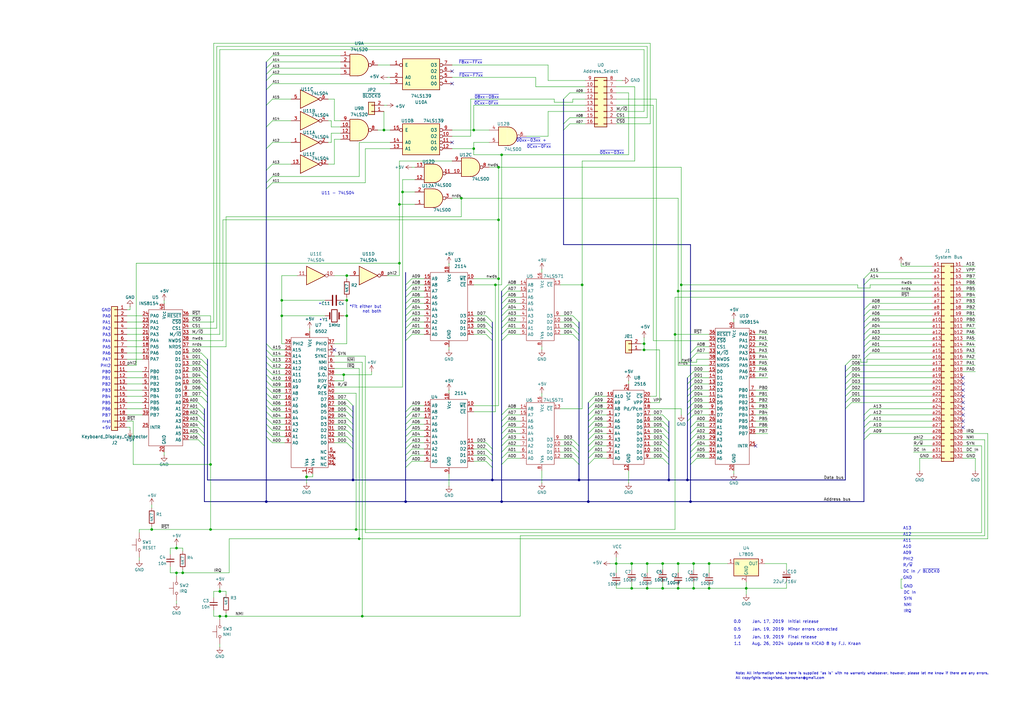
<source format=kicad_sch>
(kicad_sch (version 20231120) (generator "eeschema") (generator_version "8.0")
  (paper "A3")
  (title_block (title "Acorn System 1 Revival") (date "2024-08-26") (rev "0.0"))
  (junction (at 166.37 346.71))
  (junction (at 264.16 140.97))
  (junction (at 204.47 114.3))
  (junction (at 165.1 78.74))
  (junction (at 238.76 116.84))
  (junction (at 205.74 63.5))
  (junction (at 74.93 234.95))
  (junction (at 290.83 241.3))
  (junction (at 271.78 241.3))
  (junction (at 241.3 205.74))
  (junction (at 201.93 196.85))
  (junction (at 125.73 195.58))
  (junction (at 306.07 241.3))
  (junction (at 179.07 346.71))
  (junction (at 237.49 196.85))
  (junction (at 90.17 252.73))
  (junction (at 274.32 196.85))
  (junction (at 142.24 123.19))
  (junction (at 179.07 374.65))
  (junction (at 252.73 231.14))
  (junction (at 166.37 374.65))
  (junction (at 109.22 205.74))
  (junction (at 72.39 224.79))
  (junction (at 189.23 81.28))
  (junction (at 284.48 241.3))
  (junction (at 278.13 119.38))
  (junction (at 264.16 143.51))
  (junction (at 62.23 217.17))
  (junction (at 203.2 116.84))
  (junction (at 142.24 113.03))
  (junction (at 276.86 137.16))
  (junction (at 147.32 220.98))
  (junction (at 278.13 241.3))
  (junction (at 281.94 196.85))
  (junction (at 163.83 107.95))
  (junction (at 144.78 196.85))
  (junction (at 86.36 217.17))
  (junction (at 157.48 53.34))
  (junction (at 279.4 116.84))
  (junction (at 265.43 241.3))
  (junction (at 172.72 346.71))
  (junction (at 194.31 53.34))
  (junction (at 115.57 123.19))
  (junction (at 146.05 217.17))
  (junction (at 283.21 205.74))
  (junction (at 259.08 241.3))
  (junction (at 140.97 153.67))
  (junction (at 259.08 231.14))
  (junction (at 204.47 90.17))
  (junction (at 72.39 234.95))
  (junction (at 92.71 252.73))
  (junction (at 284.48 231.14))
  (junction (at 204.47 68.58))
  (junction (at 172.72 374.65))
  (junction (at 205.74 205.74))
  (junction (at 90.17 242.57))
  (junction (at 148.59 252.73))
  (junction (at 166.37 205.74))
  (junction (at 194.31 60.96))
  (junction (at 278.13 231.14))
  (junction (at 142.24 129.54))
  (junction (at 163.83 83.82))
  (junction (at 271.78 231.14))
  (junction (at 290.83 231.14))
  (junction (at 86.36 190.5))
  (junction (at 115.57 129.54))
  (junction (at 265.43 231.14))
  (no_connect (at 394.97 162.56))
  (no_connect (at 394.97 170.18))
  (no_connect (at 185.42 58.42))
  (no_connect (at 394.97 165.1))
  (no_connect (at 394.97 175.26))
  (no_connect (at 394.97 167.64))
  (no_connect (at 185.42 29.21))
  (no_connect (at 185.42 34.29))
  (no_connect (at 309.88 182.88))
  (no_connect (at 394.97 157.48))
  (no_connect (at 394.97 154.94))
  (no_connect (at 137.16 143.51))
  (no_connect (at 394.97 160.02))
  (no_connect (at 394.97 172.72))
  (bus_entry (at 205.74 124.46) (size 2.54 -2.54))
  (bus_entry (at 166.37 168.91) (size 2.54 -2.54))
  (bus_entry (at 166.37 186.69) (size 2.54 -2.54))
  (bus_entry (at 82.55 154.94) (size 2.54 2.54))
  (bus_entry (at 354.33 139.7) (size 2.54 -2.54))
  (bus_entry (at 231.14 53.34) (size 2.54 -2.54))
  (bus_entry (at 166.37 173.99) (size 2.54 -2.54))
  (bus_entry (at 205.74 187.96) (size 2.54 -2.54))
  (bus_entry (at 166.37 132.08) (size 2.54 -2.54))
  (bus_entry (at 166.37 181.61) (size 2.54 -2.54))
  (bus_entry (at 142.24 168.91) (size 2.54 2.54))
  (bus_entry (at 109.22 166.37) (size 2.54 2.54))
  (bus_entry (at 283.21 182.88) (size 2.54 -2.54))
  (bus_entry (at 284.48 162.56) (size -2.54 2.54))
  (bus_entry (at 205.74 172.72) (size 2.54 -2.54))
  (bus_entry (at 109.22 69.85) (size 2.54 -2.54))
  (bus_entry (at 166.37 139.7) (size 2.54 -2.54))
  (bus_entry (at 346.71 167.64) (size 2.54 -2.54))
  (bus_entry (at 109.22 27.94) (size 2.54 -2.54))
  (bus_entry (at 109.22 140.97) (size 2.54 2.54))
  (bus_entry (at 166.37 121.92) (size 2.54 -2.54))
  (bus_entry (at 166.37 179.07) (size 2.54 -2.54))
  (bus_entry (at 234.95 185.42) (size 2.54 2.54))
  (bus_entry (at 82.55 157.48) (size 2.54 2.54))
  (bus_entry (at 283.21 185.42) (size 2.54 -2.54))
  (bus_entry (at 82.55 162.56) (size 2.54 2.54))
  (bus_entry (at 109.22 36.83) (size 2.54 -2.54))
  (bus_entry (at 284.48 165.1) (size -2.54 2.54))
  (bus_entry (at 109.22 151.13) (size 2.54 2.54))
  (bus_entry (at 241.3 175.26) (size 2.54 -2.54))
  (bus_entry (at 354.33 170.18) (size 2.54 -2.54))
  (bus_entry (at 83.82 182.88) (size -2.54 -2.54))
  (bus_entry (at 271.78 182.88) (size 2.54 2.54))
  (bus_entry (at 346.71 152.4) (size 2.54 -2.54))
  (bus_entry (at 354.33 180.34) (size 2.54 -2.54))
  (bus_entry (at 109.22 60.96) (size 2.54 -2.54))
  (bus_entry (at 354.33 129.54) (size 2.54 -2.54))
  (bus_entry (at 205.74 170.18) (size 2.54 -2.54))
  (bus_entry (at 241.3 177.8) (size 2.54 -2.54))
  (bus_entry (at 241.3 185.42) (size 2.54 -2.54))
  (bus_entry (at 271.78 185.42) (size 2.54 2.54))
  (bus_entry (at 199.39 189.23) (size 2.54 2.54))
  (bus_entry (at 271.78 180.34) (size 2.54 2.54))
  (bus_entry (at 271.78 170.18) (size 2.54 2.54))
  (bus_entry (at 354.33 132.08) (size 2.54 -2.54))
  (bus_entry (at 83.82 170.18) (size -2.54 -2.54))
  (bus_entry (at 283.21 177.8) (size 2.54 -2.54))
  (bus_entry (at 283.21 187.96) (size 2.54 -2.54))
  (bus_entry (at 109.22 161.29) (size 2.54 2.54))
  (bus_entry (at 109.22 74.93) (size 2.54 -2.54))
  (bus_entry (at 346.71 149.86) (size 2.54 -2.54))
  (bus_entry (at 109.22 43.18) (size 2.54 -2.54))
  (bus_entry (at 109.22 176.53) (size 2.54 2.54))
  (bus_entry (at 205.74 180.34) (size 2.54 -2.54))
  (bus_entry (at 166.37 127) (size 2.54 -2.54))
  (bus_entry (at 166.37 189.23) (size 2.54 -2.54))
  (bus_entry (at 234.95 132.08) (size 2.54 2.54))
  (bus_entry (at 166.37 184.15) (size 2.54 -2.54))
  (bus_entry (at 205.74 132.08) (size 2.54 -2.54))
  (bus_entry (at 109.22 171.45) (size 2.54 2.54))
  (bus_entry (at 82.55 160.02) (size 2.54 2.54))
  (bus_entry (at 354.33 172.72) (size 2.54 -2.54))
  (bus_entry (at 83.82 180.34) (size -2.54 -2.54))
  (bus_entry (at 109.22 153.67) (size 2.54 2.54))
  (bus_entry (at 354.33 114.3) (size 2.54 -2.54))
  (bus_entry (at 284.48 152.4) (size -2.54 2.54))
  (bus_entry (at 271.78 187.96) (size 2.54 2.54))
  (bus_entry (at 234.95 134.62) (size 2.54 2.54))
  (bus_entry (at 346.71 157.48) (size 2.54 -2.54))
  (bus_entry (at 205.74 127) (size 2.54 -2.54))
  (bus_entry (at 354.33 137.16) (size 2.54 -2.54))
  (bus_entry (at 234.95 187.96) (size 2.54 2.54))
  (bus_entry (at 284.48 154.94) (size -2.54 2.54))
  (bus_entry (at 205.74 182.88) (size 2.54 -2.54))
  (bus_entry (at 205.74 190.5) (size 2.54 -2.54))
  (bus_entry (at 82.55 144.78) (size 2.54 2.54))
  (bus_entry (at 166.37 134.62) (size 2.54 -2.54))
  (bus_entry (at 234.95 137.16) (size 2.54 2.54))
  (bus_entry (at 241.3 165.1) (size 2.54 -2.54))
  (bus_entry (at 205.74 137.16) (size 2.54 -2.54))
  (bus_entry (at 205.74 121.92) (size 2.54 -2.54))
  (bus_entry (at 283.21 175.26) (size 2.54 -2.54))
  (bus_entry (at 81.28 165.1) (size 2.54 2.54))
  (bus_entry (at 241.3 170.18) (size 2.54 -2.54))
  (bus_entry (at 83.82 172.72) (size -2.54 -2.54))
  (bus_entry (at 109.22 179.07) (size 2.54 2.54))
  (bus_entry (at 354.33 177.8) (size 2.54 -2.54))
  (bus_entry (at 234.95 182.88) (size 2.54 2.54))
  (bus_entry (at 166.37 119.38) (size 2.54 -2.54))
  (bus_entry (at 82.55 152.4) (size 2.54 2.54))
  (bus_entry (at 346.71 160.02) (size 2.54 -2.54))
  (bus_entry (at 283.21 180.34) (size 2.54 -2.54))
  (bus_entry (at 354.33 144.78) (size 2.54 -2.54))
  (bus_entry (at 205.74 129.54) (size 2.54 -2.54))
  (bus_entry (at 109.22 163.83) (size 2.54 2.54))
  (bus_entry (at 346.71 165.1) (size 2.54 -2.54))
  (bus_entry (at 166.37 171.45) (size 2.54 -2.54))
  (bus_entry (at 199.39 181.61) (size 2.54 2.54))
  (bus_entry (at 142.24 176.53) (size 2.54 2.54))
  (bus_entry (at 142.24 173.99) (size 2.54 2.54))
  (bus_entry (at 205.74 175.26) (size 2.54 -2.54))
  (bus_entry (at 142.24 181.61) (size 2.54 2.54))
  (bus_entry (at 354.33 127) (size 2.54 -2.54))
  (bus_entry (at 205.74 134.62) (size 2.54 -2.54))
  (bus_entry (at 199.39 129.54) (size 2.54 2.54))
  (bus_entry (at 166.37 191.77) (size 2.54 -2.54))
  (bus_entry (at 142.24 163.83) (size 2.54 2.54))
  (bus_entry (at 283.21 144.78) (size 2.54 -2.54))
  (bus_entry (at 205.74 119.38) (size 2.54 -2.54))
  (bus_entry (at 354.33 142.24) (size 2.54 -2.54))
  (bus_entry (at 109.22 52.07) (size 2.54 -2.54))
  (bus_entry (at 109.22 156.21) (size 2.54 2.54))
  (bus_entry (at 199.39 132.08) (size 2.54 2.54))
  (bus_entry (at 166.37 137.16) (size 2.54 -2.54))
  (bus_entry (at 271.78 177.8) (size 2.54 2.54))
  (bus_entry (at 284.48 170.18) (size -2.54 2.54))
  (bus_entry (at 82.55 147.32) (size 2.54 2.54))
  (bus_entry (at 283.21 147.32) (size 2.54 -2.54))
  (bus_entry (at 354.33 116.84) (size 2.54 -2.54))
  (bus_entry (at 142.24 166.37) (size 2.54 2.54))
  (bus_entry (at 83.82 177.8) (size -2.54 -2.54))
  (bus_entry (at 109.22 30.48) (size 2.54 -2.54))
  (bus_entry (at 205.74 177.8) (size 2.54 -2.54))
  (bus_entry (at 284.48 167.64) (size -2.54 2.54))
  (bus_entry (at 284.48 157.48) (size -2.54 2.54))
  (bus_entry (at 283.21 190.5) (size 2.54 -2.54))
  (bus_entry (at 231.14 50.8) (size 2.54 -2.54))
  (bus_entry (at 354.33 134.62) (size 2.54 -2.54))
  (bus_entry (at 284.48 160.02) (size -2.54 2.54))
  (bus_entry (at 83.82 175.26) (size -2.54 -2.54))
  (bus_entry (at 109.22 143.51) (size 2.54 2.54))
  (bus_entry (at 109.22 77.47) (size 2.54 -2.54))
  (bus_entry (at 109.22 158.75) (size 2.54 2.54))
  (bus_entry (at 109.22 148.59) (size 2.54 2.54))
  (bus_entry (at 205.74 139.7) (size 2.54 -2.54))
  (bus_entry (at 271.78 172.72) (size 2.54 2.54))
  (bus_entry (at 166.37 176.53) (size 2.54 -2.54))
  (bus_entry (at 109.22 25.4) (size 2.54 -2.54))
  (bus_entry (at 346.71 162.56) (size 2.54 -2.54))
  (bus_entry (at 241.3 180.34) (size 2.54 -2.54))
  (bus_entry (at 199.39 184.15) (size 2.54 2.54))
  (bus_entry (at 199.39 137.16) (size 2.54 2.54))
  (bus_entry (at 109.22 173.99) (size 2.54 2.54))
  (bus_entry (at 166.37 129.54) (size 2.54 -2.54))
  (bus_entry (at 234.95 180.34) (size 2.54 2.54))
  (bus_entry (at 199.39 186.69) (size 2.54 2.54))
  (bus_entry (at 271.78 175.26) (size 2.54 2.54))
  (bus_entry (at 241.3 172.72) (size 2.54 -2.54))
  (bus_entry (at 199.39 134.62) (size 2.54 2.54))
  (bus_entry (at 109.22 146.05) (size 2.54 2.54))
  (bus_entry (at 354.33 147.32) (size 2.54 -2.54))
  (bus_entry (at 166.37 116.84) (size 2.54 -2.54))
  (bus_entry (at 234.95 129.54) (size 2.54 2.54))
  (bus_entry (at 205.74 185.42) (size 2.54 -2.54))
  (bus_entry (at 231.14 40.64) (size 2.54 -2.54))
  (bus_entry (at 241.3 190.5) (size 2.54 -2.54))
  (bus_entry (at 109.22 33.02) (size 2.54 -2.54))
  (bus_entry (at 241.3 167.64) (size 2.54 -2.54))
  (bus_entry (at 354.33 175.26) (size 2.54 -2.54))
  (bus_entry (at 142.24 171.45) (size 2.54 2.54))
  (bus_entry (at 166.37 124.46) (size 2.54 -2.54))
  (bus_entry (at 346.71 154.94) (size 2.54 -2.54))
  (bus_entry (at 241.3 187.96) (size 2.54 -2.54))
  (bus_entry (at 109.22 168.91) (size 2.54 2.54))
  (bus_entry (at 142.24 179.07) (size 2.54 2.54))
  (bus_entry (at 82.55 149.86) (size 2.54 2.54))
  (bus_entry (at 241.3 182.88) (size 2.54 -2.54))
  (bus (pts (xy 109.22 30.48) (xy 109.22 33.02)))
  (wire (pts (xy 111.76 151.13) (xy 116.84 151.13)))
  (wire (pts (xy 179.07 373.38) (xy 179.07 374.65)))
  (wire (pts (xy 111.76 173.99) (xy 116.84 173.99)))
  (bus (pts (xy 354.33 172.72) (xy 354.33 175.26)))
  (wire (pts (xy 252.73 50.8) (xy 266.7 50.8)))
  (wire (pts (xy 394.97 149.86) (xy 400.05 149.86)))
  (wire (pts (xy 215.9 55.88) (xy 224.79 55.88)))
  (wire (pts (xy 137.16 176.53) (xy 142.24 176.53)))
  (wire (pts (xy 92.71 252.73) (xy 148.59 252.73)))
  (wire (pts (xy 92.71 251.46) (xy 92.71 252.73)))
  (bus (pts (xy 144.78 173.99) (xy 144.78 176.53)))
  (wire (pts (xy 52.07 167.64) (xy 58.42 167.64)))
  (wire (pts (xy 208.28 175.26) (xy 213.36 175.26)))
  (wire (pts (xy 172.72 346.71) (xy 166.37 346.71)))
  (wire (pts (xy 227.33 41.91) (xy 227.33 40.64)))
  (wire (pts (xy 208.28 121.92) (xy 213.36 121.92)))
  (wire (pts (xy 266.7 175.26) (xy 271.78 175.26)))
  (wire (pts (xy 125.73 195.58) (xy 128.27 195.58)))
  (wire (pts (xy 377.19 187.96) (xy 382.27 187.96)))
  (wire (pts (xy 135.89 52.07) (xy 135.89 49.53)))
  (wire (pts (xy 279.4 68.58) (xy 204.47 68.58)))
  (wire (pts (xy 356.87 137.16) (xy 382.27 137.16)))
  (wire (pts (xy 266.7 170.18) (xy 271.78 170.18)))
  (bus (pts (xy 201.93 137.16) (xy 201.93 139.7)))
  (wire (pts (xy 137.16 67.31) (xy 134.62 67.31)))
  (wire (pts (xy 266.7 177.8) (xy 271.78 177.8)))
  (wire (pts (xy 356.87 118.11) (xy 351.79 118.11)))
  (wire (pts (xy 309.88 137.16) (xy 314.96 137.16)))
  (bus (pts (xy 346.71 196.85) (xy 281.94 196.85)))
  (bus (pts (xy 109.22 77.47) (xy 109.22 140.97)))
  (bus (pts (xy 83.82 182.88) (xy 83.82 205.74)))
  (wire (pts (xy 128.27 195.58) (xy 128.27 194.31)))
  (wire (pts (xy 137.16 179.07) (xy 142.24 179.07)))
  (wire (pts (xy 185.42 31.75) (xy 219.71 31.75)))
  (wire (pts (xy 147.32 58.42) (xy 147.32 72.39)))
  (wire (pts (xy 157.48 45.72) (xy 157.48 53.34)))
  (wire (pts (xy 260.35 35.56) (xy 252.73 35.56)))
  (wire (pts (xy 92.71 142.24) (xy 77.47 142.24)))
  (bus (pts (xy 237.49 137.16) (xy 237.49 139.7)))
  (wire (pts (xy 194.31 43.18) (xy 240.03 43.18)))
  (wire (pts (xy 72.39 234.95) (xy 72.39 236.22)))
  (wire (pts (xy 77.47 154.94) (xy 82.55 154.94)))
  (wire (pts (xy 52.07 149.86) (xy 55.88 149.86)))
  (wire (pts (xy 394.97 121.92) (xy 400.05 121.92)))
  (wire (pts (xy 394.97 116.84) (xy 400.05 116.84)))
  (wire (pts (xy 74.93 224.79) (xy 72.39 224.79)))
  (wire (pts (xy 208.28 180.34) (xy 213.36 180.34)))
  (wire (pts (xy 349.25 152.4) (xy 382.27 152.4)))
  (wire (pts (xy 394.97 109.22) (xy 400.05 109.22)))
  (bus (pts (xy 274.32 190.5) (xy 274.32 196.85)))
  (wire (pts (xy 353.06 148.59) (xy 355.6 148.59)))
  (wire (pts (xy 356.87 167.64) (xy 382.27 167.64)))
  (wire (pts (xy 168.91 184.15) (xy 173.99 184.15)))
  (bus (pts (xy 354.33 180.34) (xy 354.33 205.74)))
  (wire (pts (xy 194.31 58.42) (xy 200.66 58.42)))
  (bus (pts (xy 166.37 124.46) (xy 166.37 127)))
  (wire (pts (xy 265.43 234.95) (xy 265.43 231.14)))
  (wire (pts (xy 127 134.62) (xy 127 135.89)))
  (bus (pts (xy 281.94 157.48) (xy 281.94 160.02)))
  (wire (pts (xy 90.17 241.3) (xy 90.17 242.57)))
  (wire (pts (xy 208.28 119.38) (xy 213.36 119.38)))
  (wire (pts (xy 290.83 234.95) (xy 290.83 231.14)))
  (wire (pts (xy 137.16 156.21) (xy 140.97 156.21)))
  (wire (pts (xy 165.1 78.74) (xy 170.18 78.74)))
  (wire (pts (xy 279.4 116.84) (xy 351.79 116.84)))
  (wire (pts (xy 208.28 177.8) (xy 213.36 177.8)))
  (wire (pts (xy 168.91 137.16) (xy 173.99 137.16)))
  (wire (pts (xy 266.7 182.88) (xy 271.78 182.88)))
  (wire (pts (xy 53.34 125.73) (xy 53.34 127)))
  (wire (pts (xy 77.47 175.26) (xy 81.28 175.26)))
  (wire (pts (xy 219.71 35.56) (xy 219.71 31.75)))
  (wire (pts (xy 55.88 107.95) (xy 163.83 107.95)))
  (wire (pts (xy 285.75 187.96) (xy 290.83 187.96)))
  (wire (pts (xy 349.25 157.48) (xy 382.27 157.48)))
  (wire (pts (xy 111.76 30.48) (xy 139.7 30.48)))
  (bus (pts (xy 241.3 175.26) (xy 241.3 177.8)))
  (wire (pts (xy 140.97 123.19) (xy 142.24 123.19)))
  (wire (pts (xy 204.47 90.17) (xy 204.47 114.3)))
  (wire (pts (xy 189.23 81.28) (xy 189.23 88.9)))
  (wire (pts (xy 185.42 81.28) (xy 189.23 81.28)))
  (bus (pts (xy 83.82 177.8) (xy 83.82 175.26)))
  (wire (pts (xy 111.76 49.53) (xy 119.38 49.53)))
  (wire (pts (xy 184.15 194.31) (xy 184.15 199.39)))
  (wire (pts (xy 285.75 144.78) (xy 290.83 144.78)))
  (wire (pts (xy 353.06 147.32) (xy 353.06 148.59)))
  (wire (pts (xy 208.28 127) (xy 213.36 127)))
  (wire (pts (xy 233.68 48.26) (xy 240.03 48.26)))
  (wire (pts (xy 62.23 217.17) (xy 57.15 217.17)))
  (wire (pts (xy 142.24 129.54) (xy 142.24 140.97)))
  (wire (pts (xy 309.88 170.18) (xy 314.96 170.18)))
  (wire (pts (xy 52.07 132.08) (xy 58.42 132.08)))
  (wire (pts (xy 284.48 154.94) (xy 290.83 154.94)))
  (wire (pts (xy 264.16 138.43) (xy 264.16 140.97)))
  (bus (pts (xy 274.32 177.8) (xy 274.32 180.34)))
  (wire (pts (xy 163.83 107.95) (xy 163.83 113.03)))
  (wire (pts (xy 172.72 374.65) (xy 166.37 374.65)))
  (wire (pts (xy 111.76 146.05) (xy 116.84 146.05)))
  (wire (pts (xy 259.08 231.14) (xy 265.43 231.14)))
  (wire (pts (xy 165.1 73.66) (xy 170.18 73.66)))
  (wire (pts (xy 172.72 346.71) (xy 172.72 345.44)))
  (wire (pts (xy 265.43 241.3) (xy 271.78 241.3)))
  (bus (pts (xy 237.49 190.5) (xy 237.49 196.85)))
  (wire (pts (xy 137.16 181.61) (xy 142.24 181.61)))
  (wire (pts (xy 88.9 19.05) (xy 265.43 19.05)))
  (wire (pts (xy 355.6 148.59) (xy 355.6 147.32)))
  (wire (pts (xy 67.31 123.19) (xy 67.31 124.46)))
  (wire (pts (xy 77.47 167.64) (xy 81.28 167.64)))
  (bus (pts (xy 241.3 167.64) (xy 241.3 170.18)))
  (wire (pts (xy 322.58 231.14) (xy 313.69 231.14)))
  (bus (pts (xy 354.33 205.74) (xy 283.21 205.74)))
  (wire (pts (xy 394.97 127) (xy 400.05 127)))
  (wire (pts (xy 208.28 116.84) (xy 213.36 116.84)))
  (wire (pts (xy 142.24 140.97) (xy 137.16 140.97)))
  (bus (pts (xy 166.37 205.74) (xy 205.74 205.74)))
  (wire (pts (xy 356.87 129.54) (xy 382.27 129.54)))
  (wire (pts (xy 238.76 66.04) (xy 238.76 116.84)))
  (wire (pts (xy 276.86 137.16) (xy 290.83 137.16)))
  (bus (pts (xy 205.74 121.92) (xy 205.74 124.46)))
  (wire (pts (xy 229.87 134.62) (xy 234.95 134.62)))
  (bus (pts (xy 354.33 177.8) (xy 354.33 180.34)))
  (wire (pts (xy 72.39 223.52) (xy 72.39 224.79)))
  (wire (pts (xy 77.47 152.4) (xy 82.55 152.4)))
  (wire (pts (xy 402.59 182.88) (xy 402.59 218.44)))
  (bus (pts (xy 109.22 151.13) (xy 109.22 153.67)))
  (bus (pts (xy 205.74 172.72) (xy 205.74 175.26)))
  (wire (pts (xy 276.86 137.16) (xy 276.86 121.92)))
  (bus (pts (xy 166.37 121.92) (xy 166.37 124.46)))
  (bus (pts (xy 166.37 129.54) (xy 166.37 132.08)))
  (wire (pts (xy 208.28 187.96) (xy 213.36 187.96)))
  (wire (pts (xy 278.13 234.95) (xy 278.13 231.14)))
  (bus (pts (xy 205.74 137.16) (xy 205.74 139.7)))
  (wire (pts (xy 394.97 152.4) (xy 400.05 152.4)))
  (bus (pts (xy 354.33 129.54) (xy 354.33 132.08)))
  (wire (pts (xy 271.78 241.3) (xy 278.13 241.3)))
  (wire (pts (xy 147.32 151.13) (xy 147.32 220.98)))
  (wire (pts (xy 264.16 143.51) (xy 270.51 143.51)))
  (bus (pts (xy 83.82 172.72) (xy 83.82 170.18)))
  (bus (pts (xy 166.37 134.62) (xy 166.37 137.16)))
  (wire (pts (xy 166.37 346.71) (xy 153.67 346.71)))
  (wire (pts (xy 137.16 163.83) (xy 142.24 163.83)))
  (bus (pts (xy 237.49 134.62) (xy 237.49 137.16)))
  (bus (pts (xy 274.32 187.96) (xy 274.32 190.5)))
  (wire (pts (xy 168.91 171.45) (xy 173.99 171.45)))
  (wire (pts (xy 92.71 242.57) (xy 92.71 243.84)))
  (wire (pts (xy 87.63 132.08) (xy 87.63 17.78)))
  (wire (pts (xy 77.47 147.32) (xy 82.55 147.32)))
  (wire (pts (xy 172.72 374.65) (xy 172.72 375.92)))
  (wire (pts (xy 394.97 114.3) (xy 400.05 114.3)))
  (bus (pts (xy 109.22 146.05) (xy 109.22 148.59)))
  (wire (pts (xy 309.88 154.94) (xy 314.96 154.94)))
  (bus (pts (xy 354.33 144.78) (xy 354.33 147.32)))
  (bus (pts (xy 354.33 170.18) (xy 354.33 172.72)))
  (wire (pts (xy 208.28 172.72) (xy 213.36 172.72)))
  (wire (pts (xy 137.16 151.13) (xy 147.32 151.13)))
  (wire (pts (xy 271.78 238.76) (xy 271.78 241.3)))
  (wire (pts (xy 267.97 139.7) (xy 290.83 139.7)))
  (wire (pts (xy 204.47 166.37) (xy 204.47 114.3)))
  (wire (pts (xy 284.48 165.1) (xy 290.83 165.1)))
  (wire (pts (xy 394.97 137.16) (xy 400.05 137.16)))
  (wire (pts (xy 229.87 132.08) (xy 234.95 132.08)))
  (wire (pts (xy 394.97 182.88) (xy 402.59 182.88)))
  (wire (pts (xy 252.73 43.18) (xy 267.97 43.18)))
  (wire (pts (xy 111.76 74.93) (xy 149.86 74.93)))
  (wire (pts (xy 203.2 116.84) (xy 205.74 116.84)))
  (wire (pts (xy 400.05 187.96) (xy 400.05 193.04)))
  (wire (pts (xy 264.16 140.97) (xy 262.89 140.97)))
  (wire (pts (xy 356.87 144.78) (xy 382.27 144.78)))
  (wire (pts (xy 163.83 66.04) (xy 185.42 66.04)))
  (wire (pts (xy 189.23 81.28) (xy 278.13 81.28)))
  (bus (pts (xy 283.21 175.26) (xy 283.21 177.8)))
  (wire (pts (xy 191.77 347.98) (xy 191.77 346.71)))
  (wire (pts (xy 349.25 165.1) (xy 382.27 165.1)))
  (wire (pts (xy 238.76 116.84) (xy 238.76 167.64)))
  (wire (pts (xy 394.97 124.46) (xy 400.05 124.46)))
  (wire (pts (xy 153.67 374.65) (xy 153.67 373.38)))
  (wire (pts (xy 285.75 182.88) (xy 290.83 182.88)))
  (wire (pts (xy 142.24 121.92) (xy 142.24 123.19)))
  (wire (pts (xy 356.87 127) (xy 382.27 127)))
  (wire (pts (xy 140.97 129.54) (xy 142.24 129.54)))
  (wire (pts (xy 67.31 185.42) (xy 67.31 186.69)))
  (wire (pts (xy 90.17 242.57) (xy 92.71 242.57)))
  (wire (pts (xy 267.97 43.18) (xy 267.97 139.7)))
  (wire (pts (xy 356.87 132.08) (xy 382.27 132.08)))
  (wire (pts (xy 259.08 241.3) (xy 265.43 241.3)))
  (bus (pts (xy 283.21 187.96) (xy 283.21 190.5)))
  (wire (pts (xy 278.13 119.38) (xy 382.27 119.38)))
  (wire (pts (xy 208.28 124.46) (xy 213.36 124.46)))
  (wire (pts (xy 309.88 149.86) (xy 314.96 149.86)))
  (bus (pts (xy 85.09 157.48) (xy 85.09 160.02)))
  (wire (pts (xy 204.47 90.17) (xy 91.44 90.17)))
  (wire (pts (xy 250.19 231.14) (xy 252.73 231.14)))
  (wire (pts (xy 262.89 143.51) (xy 264.16 143.51)))
  (wire (pts (xy 252.73 231.14) (xy 252.73 234.95)))
  (wire (pts (xy 356.87 124.46) (xy 382.27 124.46)))
  (bus (pts (xy 205.74 175.26) (xy 205.74 177.8)))
  (bus (pts (xy 274.32 182.88) (xy 274.32 185.42)))
  (wire (pts (xy 394.97 111.76) (xy 400.05 111.76)))
  (wire (pts (xy 309.88 175.26) (xy 314.96 175.26)))
  (wire (pts (xy 252.73 241.3) (xy 252.73 240.03)))
  (wire (pts (xy 276.86 121.92) (xy 382.27 121.92)))
  (wire (pts (xy 87.63 242.57) (xy 87.63 245.11)))
  (bus (pts (xy 144.78 171.45) (xy 144.78 173.99)))
  (wire (pts (xy 252.73 40.64) (xy 269.24 40.64)))
  (wire (pts (xy 92.71 88.9) (xy 92.71 142.24)))
  (wire (pts (xy 257.81 156.21) (xy 257.81 157.48)))
  (wire (pts (xy 149.86 60.96) (xy 160.02 60.96)))
  (bus (pts (xy 283.21 182.88) (xy 283.21 185.42)))
  (wire (pts (xy 86.36 190.5) (xy 54.61 190.5)))
  (wire (pts (xy 52.07 137.16) (xy 58.42 137.16)))
  (bus (pts (xy 85.09 162.56) (xy 85.09 165.1)))
  (wire (pts (xy 252.73 48.26) (xy 265.43 48.26)))
  (wire (pts (xy 166.37 374.65) (xy 153.67 374.65)))
  (bus (pts (xy 109.22 74.93) (xy 109.22 77.47)))
  (bus (pts (xy 166.37 189.23) (xy 166.37 191.77)))
  (wire (pts (xy 374.65 182.88) (xy 382.27 182.88)))
  (wire (pts (xy 278.13 119.38) (xy 278.13 149.86)))
  (wire (pts (xy 403.86 219.71) (xy 403.86 180.34)))
  (wire (pts (xy 115.57 129.54) (xy 133.35 129.54)))
  (wire (pts (xy 57.15 228.6) (xy 57.15 229.87)))
  (wire (pts (xy 224.79 55.88) (xy 224.79 45.72)))
  (wire (pts (xy 137.16 49.53) (xy 137.16 40.64)))
  (wire (pts (xy 284.48 152.4) (xy 290.83 152.4)))
  (wire (pts (xy 77.47 160.02) (xy 82.55 160.02)))
  (wire (pts (xy 135.89 58.42) (xy 134.62 58.42)))
  (wire (pts (xy 349.25 154.94) (xy 382.27 154.94)))
  (wire (pts (xy 394.97 187.96) (xy 400.05 187.96)))
  (wire (pts (xy 168.91 166.37) (xy 173.99 166.37)))
  (wire (pts (xy 309.88 144.78) (xy 314.96 144.78)))
  (bus (pts (xy 109.22 163.83) (xy 109.22 166.37)))
  (wire (pts (xy 77.47 129.54) (xy 86.36 129.54)))
  (wire (pts (xy 147.32 220.98) (xy 93.98 220.98)))
  (bus (pts (xy 85.09 154.94) (xy 85.09 157.48)))
  (wire (pts (xy 290.83 241.3) (xy 284.48 241.3)))
  (bus (pts (xy 283.21 205.74) (xy 241.3 205.74)))
  (bus (pts (xy 241.3 172.72) (xy 241.3 175.26)))
  (wire (pts (xy 115.57 123.19) (xy 133.35 123.19)))
  (wire (pts (xy 369.57 109.22) (xy 369.57 107.95)))
  (bus (pts (xy 346.71 157.48) (xy 346.71 160.02)))
  (wire (pts (xy 264.16 20.32) (xy 90.17 20.32)))
  (wire (pts (xy 269.24 40.64) (xy 269.24 162.56)))
  (bus (pts (xy 144.78 181.61) (xy 144.78 184.15)))
  (wire (pts (xy 306.07 241.3) (xy 290.83 241.3)))
  (wire (pts (xy 243.84 175.26) (xy 248.92 175.26)))
  (wire (pts (xy 285.75 147.32) (xy 290.83 147.32)))
  (wire (pts (xy 234.95 40.64) (xy 240.03 40.64)))
  (bus (pts (xy 241.3 180.34) (xy 241.3 182.88)))
  (wire (pts (xy 194.31 166.37) (xy 204.47 166.37)))
  (bus (pts (xy 354.33 137.16) (xy 354.33 139.7)))
  (wire (pts (xy 147.32 58.42) (xy 160.02 58.42)))
  (wire (pts (xy 137.16 161.29) (xy 146.05 161.29)))
  (wire (pts (xy 265.43 240.03) (xy 265.43 241.3)))
  (wire (pts (xy 149.86 60.96) (xy 149.86 74.93)))
  (wire (pts (xy 137.16 166.37) (xy 142.24 166.37)))
  (bus (pts (xy 85.09 160.02) (xy 85.09 162.56)))
  (wire (pts (xy 154.94 53.34) (xy 157.48 53.34)))
  (wire (pts (xy 264.16 140.97) (xy 264.16 143.51)))
  (wire (pts (xy 279.4 167.64) (xy 279.4 170.18)))
  (wire (pts (xy 229.87 137.16) (xy 234.95 137.16)))
  (wire (pts (xy 77.47 144.78) (xy 82.55 144.78)))
  (bus (pts (xy 241.3 177.8) (xy 241.3 180.34)))
  (bus (pts (xy 166.37 184.15) (xy 166.37 186.69)))
  (wire (pts (xy 74.93 233.68) (xy 74.93 234.95)))
  (wire (pts (xy 125.73 195.58) (xy 125.73 198.12)))
  (bus (pts (xy 201.93 186.69) (xy 201.93 189.23)))
  (wire (pts (xy 309.88 139.7) (xy 314.96 139.7)))
  (bus (pts (xy 283.21 190.5) (xy 283.21 205.74)))
  (bus (pts (xy 109.22 33.02) (xy 109.22 36.83)))
  (bus (pts (xy 166.37 205.74) (xy 109.22 205.74)))
  (wire (pts (xy 77.47 149.86) (xy 82.55 149.86)))
  (wire (pts (xy 322.58 233.68) (xy 322.58 231.14)))
  (bus (pts (xy 241.3 187.96) (xy 241.3 190.5)))
  (wire (pts (xy 270.51 143.51) (xy 270.51 165.1)))
  (wire (pts (xy 259.08 231.14) (xy 259.08 233.68)))
  (wire (pts (xy 257.81 193.04) (xy 257.81 198.12)))
  (wire (pts (xy 394.97 142.24) (xy 400.05 142.24)))
  (wire (pts (xy 204.47 68.58) (xy 204.47 90.17)))
  (wire (pts (xy 356.87 111.76) (xy 382.27 111.76)))
  (wire (pts (xy 168.91 121.92) (xy 173.99 121.92)))
  (wire (pts (xy 115.57 123.19) (xy 115.57 113.03)))
  (wire (pts (xy 309.88 165.1) (xy 314.96 165.1)))
  (wire (pts (xy 284.48 233.68) (xy 284.48 231.14)))
  (bus (pts (xy 109.22 179.07) (xy 109.22 205.74)))
  (wire (pts (xy 52.07 162.56) (xy 58.42 162.56)))
  (wire (pts (xy 142.24 113.03) (xy 142.24 114.3)))
  (wire (pts (xy 148.59 148.59) (xy 148.59 252.73)))
  (wire (pts (xy 356.87 177.8) (xy 382.27 177.8)))
  (wire (pts (xy 394.97 139.7) (xy 400.05 139.7)))
  (wire (pts (xy 137.16 49.53) (xy 139.7 49.53)))
  (wire (pts (xy 394.97 177.8) (xy 405.13 177.8)))
  (wire (pts (xy 290.83 231.14) (xy 284.48 231.14)))
  (wire (pts (xy 266.7 180.34) (xy 271.78 180.34)))
  (wire (pts (xy 179.07 347.98) (xy 179.07 346.71)))
  (wire (pts (xy 168.91 189.23) (xy 173.99 189.23)))
  (bus (pts (xy 109.22 52.07) (xy 109.22 60.96)))
  (wire (pts (xy 284.48 157.48) (xy 290.83 157.48)))
  (bus (pts (xy 166.37 127) (xy 166.37 129.54)))
  (bus (pts (xy 166.37 139.7) (xy 166.37 168.91)))
  (bus (pts (xy 354.33 114.3) (xy 354.33 116.84)))
  (wire (pts (xy 356.87 116.84) (xy 356.87 118.11)))
  (wire (pts (xy 224.79 33.02) (xy 240.03 33.02)))
  (bus (pts (xy 205.74 187.96) (xy 205.74 190.5)))
  (bus (pts (xy 144.78 166.37) (xy 144.78 168.91)))
  (bus (pts (xy 166.37 111.76) (xy 166.37 116.84)))
  (wire (pts (xy 285.75 185.42) (xy 290.83 185.42)))
  (wire (pts (xy 184.15 142.24) (xy 184.15 143.51)))
  (bus (pts (xy 274.32 180.34) (xy 274.32 182.88)))
  (wire (pts (xy 285.75 175.26) (xy 290.83 175.26)))
  (wire (pts (xy 111.76 27.94) (xy 139.7 27.94)))
  (wire (pts (xy 184.15 107.95) (xy 184.15 109.22)))
  (wire (pts (xy 72.39 224.79) (xy 69.85 224.79)))
  (wire (pts (xy 322.58 241.3) (xy 306.07 241.3)))
  (wire (pts (xy 111.76 148.59) (xy 116.84 148.59)))
  (wire (pts (xy 229.87 180.34) (xy 234.95 180.34)))
  (wire (pts (xy 163.83 83.82) (xy 170.18 83.82)))
  (wire (pts (xy 193.04 40.64) (xy 193.04 55.88)))
  (wire (pts (xy 168.91 124.46) (xy 173.99 124.46)))
  (wire (pts (xy 134.62 40.64) (xy 137.16 40.64)))
  (wire (pts (xy 52.07 157.48) (xy 58.42 157.48)))
  (wire (pts (xy 111.76 161.29) (xy 116.84 161.29)))
  (bus (pts (xy 166.37 179.07) (xy 166.37 181.61)))
  (wire (pts (xy 77.47 180.34) (xy 81.28 180.34)))
  (wire (pts (xy 405.13 220.98) (xy 147.32 220.98)))
  (wire (pts (xy 298.45 231.14) (xy 290.83 231.14)))
  (wire (pts (xy 285.75 172.72) (xy 290.83 172.72)))
  (bus (pts (xy 205.74 177.8) (xy 205.74 180.34)))
  (bus (pts (xy 109.22 161.29) (xy 109.22 163.83)))
  (wire (pts (xy 111.76 168.91) (xy 116.84 168.91)))
  (bus (pts (xy 281.94 170.18) (xy 281.94 172.72)))
  (wire (pts (xy 111.76 22.86) (xy 139.7 22.86)))
  (bus (pts (xy 85.09 165.1) (xy 85.09 196.85)))
  (wire (pts (xy 137.16 171.45) (xy 142.24 171.45)))
  (wire (pts (xy 191.77 346.71) (xy 179.07 346.71)))
  (wire (pts (xy 125.73 194.31) (xy 125.73 195.58)))
  (bus (pts (xy 283.21 144.78) (xy 283.21 147.32)))
  (bus (pts (xy 166.37 116.84) (xy 166.37 119.38)))
  (wire (pts (xy 266.7 17.78) (xy 266.7 50.8)))
  (wire (pts (xy 111.76 176.53) (xy 116.84 176.53)))
  (wire (pts (xy 137.16 113.03) (xy 142.24 113.03)))
  (wire (pts (xy 194.31 53.34) (xy 200.66 53.34)))
  (wire (pts (xy 402.59 218.44) (xy 149.86 218.44)))
  (bus (pts (xy 283.21 100.33) (xy 283.21 144.78)))
  (wire (pts (xy 369.57 241.3) (xy 370.205 241.3)))
  (wire (pts (xy 152.4 153.67) (xy 140.97 153.67)))
  (wire (pts (xy 278.13 241.3) (xy 284.48 241.3)))
  (wire (pts (xy 229.87 182.88) (xy 234.95 182.88)))
  (bus (pts (xy 201.93 184.15) (xy 201.93 186.69)))
  (wire (pts (xy 208.28 137.16) (xy 213.36 137.16)))
  (wire (pts (xy 149.86 146.05) (xy 149.86 218.44)))
  (wire (pts (xy 234.95 40.64) (xy 234.95 41.91)))
  (wire (pts (xy 349.25 147.32) (xy 353.06 147.32)))
  (wire (pts (xy 279.4 116.84) (xy 279.4 148.59)))
  (bus (pts (xy 144.78 179.07) (xy 144.78 181.61)))
  (wire (pts (xy 55.88 149.86) (xy 55.88 107.95)))
  (bus (pts (xy 201.93 134.62) (xy 201.93 137.16)))
  (wire (pts (xy 52.07 152.4) (xy 58.42 152.4)))
  (bus (pts (xy 241.3 182.88) (xy 241.3 185.42)))
  (wire (pts (xy 208.28 185.42) (xy 213.36 185.42)))
  (bus (pts (xy 283.21 185.42) (xy 283.21 187.96)))
  (wire (pts (xy 257.81 63.5) (xy 257.81 38.1)))
  (wire (pts (xy 86.36 217.17) (xy 86.36 190.5)))
  (wire (pts (xy 394.97 185.42) (xy 400.05 185.42)))
  (wire (pts (xy 208.28 170.18) (xy 213.36 170.18)))
  (wire (pts (xy 374.65 180.34) (xy 382.27 180.34)))
  (wire (pts (xy 168.91 132.08) (xy 173.99 132.08)))
  (bus (pts (xy 144.78 168.91) (xy 144.78 171.45)))
  (bus (pts (xy 85.09 149.86) (xy 85.09 152.4)))
  (wire (pts (xy 168.91 168.91) (xy 173.99 168.91)))
  (wire (pts (xy 322.58 238.76) (xy 322.58 241.3)))
  (bus (pts (xy 166.37 137.16) (xy 166.37 139.7)))
  (wire (pts (xy 243.84 180.34) (xy 248.92 180.34)))
  (wire (pts (xy 222.25 161.29) (xy 222.25 162.56)))
  (wire (pts (xy 135.89 52.07) (xy 139.7 52.07)))
  (wire (pts (xy 166.37 373.38) (xy 166.37 374.65)))
  (wire (pts (xy 243.84 167.64) (xy 248.92 167.64)))
  (bus (pts (xy 109.22 173.99) (xy 109.22 176.53)))
  (wire (pts (xy 243.84 182.88) (xy 248.92 182.88)))
  (bus (pts (xy 166.37 171.45) (xy 166.37 173.99)))
  (wire (pts (xy 53.34 175.26) (xy 52.07 175.26)))
  (wire (pts (xy 394.97 147.32) (xy 400.05 147.32)))
  (wire (pts (xy 52.07 147.32) (xy 58.42 147.32)))
  (wire (pts (xy 111.76 143.51) (xy 116.84 143.51)))
  (wire (pts (xy 285.75 148.59) (xy 279.4 148.59)))
  (wire (pts (xy 158.75 113.03) (xy 163.83 113.03)))
  (wire (pts (xy 158.75 31.75) (xy 160.02 31.75)))
  (wire (pts (xy 90.17 242.57) (xy 87.63 242.57)))
  (wire (pts (xy 252.73 231.14) (xy 259.08 231.14)))
  (wire (pts (xy 284.48 238.76) (xy 284.48 241.3)))
  (wire (pts (xy 205.74 63.5) (xy 257.81 63.5)))
  (wire (pts (xy 146.05 161.29) (xy 146.05 217.17)))
  (wire (pts (xy 394.97 132.08) (xy 400.05 132.08)))
  (wire (pts (xy 208.28 167.64) (xy 213.36 167.64)))
  (wire (pts (xy 52.07 129.54) (xy 58.42 129.54)))
  (wire (pts (xy 140.97 153.67) (xy 140.97 156.21)))
  (wire (pts (xy 157.48 53.34) (xy 160.02 53.34)))
  (bus (pts (xy 346.71 165.1) (xy 346.71 167.64)))
  (wire (pts (xy 168.91 181.61) (xy 173.99 181.61)))
  (wire (pts (xy 191.77 374.65) (xy 179.07 374.65)))
  (wire (pts (xy 135.89 54.61) (xy 139.7 54.61)))
  (wire (pts (xy 146.05 217.17) (xy 276.86 217.17)))
  (wire (pts (xy 229.87 129.54) (xy 234.95 129.54)))
  (bus (pts (xy 205.74 132.08) (xy 205.74 134.62)))
  (bus (pts (xy 109.22 171.45) (xy 109.22 173.99)))
  (wire (pts (xy 306.07 238.76) (xy 306.07 241.3)))
  (wire (pts (xy 115.57 123.19) (xy 115.57 129.54)))
  (wire (pts (xy 111.76 67.31) (xy 119.38 67.31)))
  (wire (pts (xy 135.89 54.61) (xy 135.89 58.42)))
  (bus (pts (xy 201.93 139.7) (xy 201.93 184.15)))
  (wire (pts (xy 213.36 252.73) (xy 213.36 219.71)))
  (wire (pts (xy 265.43 231.14) (xy 271.78 231.14)))
  (bus (pts (xy 201.93 196.85) (xy 237.49 196.85)))
  (wire (pts (xy 77.47 170.18) (xy 81.28 170.18)))
  (wire (pts (xy 153.67 346.71) (xy 153.67 347.98)))
  (wire (pts (xy 185.42 26.67) (xy 224.79 26.67)))
  (bus (pts (xy 144.78 184.15) (xy 144.78 196.85)))
  (wire (pts (xy 266.7 167.64) (xy 279.4 167.64)))
  (wire (pts (xy 276.86 217.17) (xy 276.86 137.16)))
  (wire (pts (xy 224.79 26.67) (xy 224.79 33.02)))
  (bus (pts (xy 109.22 27.94) (xy 109.22 30.48)))
  (wire (pts (xy 111.76 179.07) (xy 116.84 179.07)))
  (bus (pts (xy 274.32 185.42) (xy 274.32 187.96)))
  (wire (pts (xy 394.97 144.78) (xy 400.05 144.78)))
  (bus (pts (xy 241.3 165.1) (xy 241.3 167.64)))
  (wire (pts (xy 224.79 45.72) (xy 240.03 45.72)))
  (wire (pts (xy 257.81 38.1) (xy 252.73 38.1)))
  (bus (pts (xy 109.22 156.21) (xy 109.22 158.75)))
  (wire (pts (xy 252.73 45.72) (xy 264.16 45.72)))
  (bus (pts (xy 83.82 205.74) (xy 109.22 205.74)))
  (bus (pts (xy 201.93 132.08) (xy 201.93 134.62)))
  (wire (pts (xy 194.31 168.91) (xy 203.2 168.91)))
  (wire (pts (xy 309.88 152.4) (xy 314.96 152.4)))
  (wire (pts (xy 208.28 129.54) (xy 213.36 129.54)))
  (wire (pts (xy 69.85 224.79) (xy 69.85 227.33)))
  (wire (pts (xy 238.76 167.64) (xy 229.87 167.64)))
  (wire (pts (xy 62.23 207.01) (xy 62.23 208.28)))
  (wire (pts (xy 77.47 172.72) (xy 81.28 172.72)))
  (wire (pts (xy 52.07 154.94) (xy 58.42 154.94)))
  (wire (pts (xy 168.91 114.3) (xy 173.99 114.3)))
  (bus (pts (xy 205.74 129.54) (xy 205.74 132.08)))
  (bus (pts (xy 205.74 124.46) (xy 205.74 127)))
  (wire (pts (xy 194.31 134.62) (xy 199.39 134.62)))
  (wire (pts (xy 229.87 116.84) (xy 238.76 116.84)))
  (wire (pts (xy 278.13 240.03) (xy 278.13 241.3)))
  (bus (pts (xy 237.49 182.88) (xy 237.49 185.42)))
  (wire (pts (xy 194.31 43.18) (xy 194.31 53.34)))
  (bus (pts (xy 109.22 148.59) (xy 109.22 151.13)))
  (wire (pts (xy 234.95 41.91) (xy 227.33 41.91)))
  (wire (pts (xy 53.34 176.53) (xy 53.34 175.26)))
  (wire (pts (xy 243.84 172.72) (xy 248.92 172.72)))
  (bus (pts (xy 205.74 185.42) (xy 205.74 187.96)))
  (wire (pts (xy 266.7 187.96) (xy 271.78 187.96)))
  (bus (pts (xy 109.22 140.97) (xy 109.22 143.51)))
  (wire (pts (xy 285.75 180.34) (xy 290.83 180.34)))
  (wire (pts (xy 279.4 68.58) (xy 279.4 116.84)))
  (wire (pts (xy 137.16 153.67) (xy 140.97 153.67)))
  (wire (pts (xy 168.91 179.07) (xy 173.99 179.07)))
  (wire (pts (xy 91.44 139.7) (xy 77.47 139.7)))
  (bus (pts (xy 354.33 175.26) (xy 354.33 177.8)))
  (bus (pts (xy 109.22 143.51) (xy 109.22 146.05)))
  (bus (pts (xy 231.14 50.8) (xy 231.14 53.34)))
  (wire (pts (xy 74.93 234.95) (xy 93.98 234.95)))
  (wire (pts (xy 394.97 129.54) (xy 400.05 129.54)))
  (wire (pts (xy 349.25 162.56) (xy 382.27 162.56)))
  (wire (pts (xy 152.4 152.4) (xy 152.4 153.67)))
  (bus (pts (xy 283.21 180.34) (xy 283.21 182.88)))
  (wire (pts (xy 205.74 116.84) (xy 205.74 63.5)))
  (wire (pts (xy 149.86 146.05) (xy 137.16 146.05)))
  (wire (pts (xy 111.76 153.67) (xy 116.84 153.67)))
  (wire (pts (xy 90.17 265.43) (xy 90.17 264.16)))
  (wire (pts (xy 222.25 142.24) (xy 222.25 143.51)))
  (wire (pts (xy 111.76 25.4) (xy 139.7 25.4)))
  (wire (pts (xy 90.17 137.16) (xy 77.47 137.16)))
  (wire (pts (xy 252.73 241.3) (xy 259.08 241.3)))
  (wire (pts (xy 194.31 60.96) (xy 194.31 63.5)))
  (wire (pts (xy 111.76 58.42) (xy 119.38 58.42)))
  (bus (pts (xy 274.32 175.26) (xy 274.32 177.8)))
  (wire (pts (xy 53.34 127) (xy 52.07 127)))
  (wire (pts (xy 137.16 148.59) (xy 148.59 148.59)))
  (bus (pts (xy 354.33 147.32) (xy 354.33 170.18)))
  (bus (pts (xy 205.74 139.7) (xy 205.74 170.18)))
  (wire (pts (xy 377.19 187.96) (xy 377.19 193.04)))
  (wire (pts (xy 259.08 238.76) (xy 259.08 241.3)))
  (wire (pts (xy 194.31 186.69) (xy 199.39 186.69)))
  (wire (pts (xy 222.25 193.04) (xy 222.25 198.12)))
  (bus (pts (xy 205.74 134.62) (xy 205.74 137.16)))
  (wire (pts (xy 77.47 157.48) (xy 82.55 157.48)))
  (wire (pts (xy 52.07 139.7) (xy 58.42 139.7)))
  (wire (pts (xy 72.39 247.65) (xy 72.39 246.38)))
  (wire (pts (xy 203.2 116.84) (xy 203.2 168.91)))
  (wire (pts (xy 271.78 233.68) (xy 271.78 231.14)))
  (wire (pts (xy 111.76 156.21) (xy 116.84 156.21)))
  (wire (pts (xy 77.47 132.08) (xy 87.63 132.08)))
  (wire (pts (xy 52.07 144.78) (xy 58.42 144.78)))
  (bus (pts (xy 281.94 172.72) (xy 281.94 196.85)))
  (bus (pts (xy 109.22 43.18) (xy 109.22 52.07)))
  (bus (pts (xy 241.3 185.42) (xy 241.3 187.96)))
  (wire (pts (xy 405.13 177.8) (xy 405.13 220.98)))
  (wire (pts (xy 134.62 49.53) (xy 135.89 49.53)))
  (wire (pts (xy 265.43 19.05) (xy 265.43 48.26)))
  (wire (pts (xy 309.88 177.8) (xy 314.96 177.8)))
  (bus (pts (xy 109.22 69.85) (xy 109.22 74.93)))
  (wire (pts (xy 185.42 60.96) (xy 194.31 60.96)))
  (wire (pts (xy 266.7 172.72) (xy 271.78 172.72)))
  (wire (pts (xy 111.76 158.75) (xy 116.84 158.75)))
  (wire (pts (xy 252.73 228.6) (xy 252.73 231.14)))
  (wire (pts (xy 243.84 165.1) (xy 248.92 165.1)))
  (bus (pts (xy 354.33 134.62) (xy 354.33 137.16)))
  (bus (pts (xy 166.37 132.08) (xy 166.37 134.62)))
  (wire (pts (xy 243.84 187.96) (xy 248.92 187.96)))
  (wire (pts (xy 285.75 177.8) (xy 290.83 177.8)))
  (wire (pts (xy 300.99 130.81) (xy 300.99 132.08)))
  (wire (pts (xy 208.28 182.88) (xy 213.36 182.88)))
  (bus (pts (xy 109.22 60.96) (xy 109.22 69.85)))
  (wire (pts (xy 233.68 50.8) (xy 240.03 50.8)))
  (wire (pts (xy 52.07 170.18) (xy 58.42 170.18)))
  (wire (pts (xy 137.16 173.99) (xy 142.24 173.99)))
  (wire (pts (xy 77.47 162.56) (xy 82.55 162.56)))
  (bus (pts (xy 109.22 153.67) (xy 109.22 156.21)))
  (wire (pts (xy 193.04 40.64) (xy 227.33 40.64)))
  (wire (pts (xy 356.87 170.18) (xy 382.27 170.18)))
  (wire (pts (xy 142.24 123.19) (xy 142.24 129.54)))
  (wire (pts (xy 165.1 78.74) (xy 165.1 158.75)))
  (wire (pts (xy 222.25 110.49) (xy 222.25 111.76)))
  (wire (pts (xy 69.85 234.95) (xy 72.39 234.95)))
  (wire (pts (xy 184.15 160.02) (xy 184.15 161.29)))
  (bus (pts (xy 231.14 100.33) (xy 283.21 100.33)))
  (bus (pts (xy 109.22 166.37) (xy 109.22 168.91)))
  (bus (pts (xy 201.93 189.23) (xy 201.93 191.77)))
  (wire (pts (xy 260.35 66.04) (xy 238.76 66.04)))
  (wire (pts (xy 243.84 177.8) (xy 248.92 177.8)))
  (bus (pts (xy 237.49 187.96) (xy 237.49 190.5)))
  (bus (pts (xy 354.33 116.84) (xy 354.33 127)))
  (bus (pts (xy 283.21 147.32) (xy 283.21 175.26)))
  (bus (pts (xy 166.37 173.99) (xy 166.37 176.53)))
  (wire (pts (xy 168.91 173.99) (xy 173.99 173.99)))
  (wire (pts (xy 300.99 193.04) (xy 300.99 194.31)))
  (wire (pts (xy 90.17 252.73) (xy 90.17 254)))
  (bus (pts (xy 354.33 127) (xy 354.33 129.54)))
  (wire (pts (xy 77.47 165.1) (xy 81.28 165.1)))
  (bus (pts (xy 283.21 177.8) (xy 283.21 180.34)))
  (wire (pts (xy 111.76 163.83) (xy 116.84 163.83)))
  (wire (pts (xy 194.31 184.15) (xy 199.39 184.15)))
  (wire (pts (xy 52.07 165.1) (xy 58.42 165.1)))
  (wire (pts (xy 270.51 165.1) (xy 266.7 165.1)))
  (bus (pts (xy 166.37 191.77) (xy 166.37 205.74)))
  (bus (pts (xy 346.71 152.4) (xy 346.71 154.94)))
  (wire (pts (xy 148.59 252.73) (xy 213.36 252.73)))
  (wire (pts (xy 52.07 172.72) (xy 54.61 172.72)))
  (wire (pts (xy 137.16 57.15) (xy 139.7 57.15)))
  (wire (pts (xy 309.88 167.64) (xy 314.96 167.64)))
  (wire (pts (xy 168.91 116.84) (xy 173.99 116.84)))
  (wire (pts (xy 309.88 162.56) (xy 314.96 162.56)))
  (wire (pts (xy 356.87 142.24) (xy 382.27 142.24)))
  (bus (pts (xy 281.94 196.85) (xy 274.32 196.85)))
  (wire (pts (xy 137.16 57.15) (xy 137.16 67.31)))
  (wire (pts (xy 77.47 177.8) (xy 81.28 177.8)))
  (wire (pts (xy 285.75 147.32) (xy 285.75 148.59)))
  (wire (pts (xy 185.42 53.34) (xy 194.31 53.34)))
  (bus (pts (xy 144.78 176.53) (xy 144.78 179.07)))
  (wire (pts (xy 54.61 190.5) (xy 54.61 172.72)))
  (bus (pts (xy 166.37 181.61) (xy 166.37 184.15)))
  (wire (pts (xy 90.17 252.73) (xy 92.71 252.73)))
  (wire (pts (xy 252.73 33.02) (xy 255.27 33.02)))
  (wire (pts (xy 284.48 167.64) (xy 290.83 167.64)))
  (wire (pts (xy 369.57 237.49) (xy 369.57 241.3)))
  (wire (pts (xy 189.23 88.9) (xy 92.71 88.9)))
  (bus (pts (xy 166.37 168.91) (xy 166.37 171.45)))
  (wire (pts (xy 269.24 162.56) (xy 266.7 162.56)))
  (bus (pts (xy 205.74 119.38) (xy 205.74 121.92)))
  (wire (pts (xy 111.76 72.39) (xy 147.32 72.39)))
  (wire (pts (xy 158.75 43.18) (xy 157.48 43.18)))
  (wire (pts (xy 168.91 68.58) (xy 170.18 68.58)))
  (wire (pts (xy 266.7 185.42) (xy 271.78 185.42)))
  (wire (pts (xy 356.87 114.3) (xy 382.27 114.3)))
  (bus (pts (xy 281.94 165.1) (xy 281.94 167.64)))
  (bus (pts (xy 109.22 158.75) (xy 109.22 161.29)))
  (wire (pts (xy 116.84 140.97) (xy 115.57 140.97)))
  (bus (pts (xy 205.74 182.88) (xy 205.74 185.42)))
  (wire (pts (xy 194.31 129.54) (xy 199.39 129.54)))
  (wire (pts (xy 356.87 172.72) (xy 382.27 172.72)))
  (bus (pts (xy 281.94 167.64) (xy 281.94 170.18)))
  (wire (pts (xy 349.25 160.02) (xy 382.27 160.02)))
  (wire (pts (xy 370.205 237.49) (xy 369.57 237.49)))
  (bus (pts (xy 274.32 172.72) (xy 274.32 175.26)))
  (wire (pts (xy 260.35 66.04) (xy 260.35 35.56)))
  (wire (pts (xy 168.91 176.53) (xy 173.99 176.53)))
  (wire (pts (xy 52.07 134.62) (xy 58.42 134.62)))
  (bus (pts (xy 85.09 152.4) (xy 85.09 154.94)))
  (wire (pts (xy 185.42 55.88) (xy 193.04 55.88)))
  (wire (pts (xy 91.44 90.17) (xy 91.44 139.7)))
  (bus (pts (xy 83.82 182.88) (xy 83.82 180.34)))
  (wire (pts (xy 309.88 160.02) (xy 314.96 160.02)))
  (wire (pts (xy 271.78 231.14) (xy 278.13 231.14)))
  (wire (pts (xy 168.91 129.54) (xy 173.99 129.54)))
  (wire (pts (xy 306.07 241.3) (xy 306.07 243.84)))
  (bus (pts (xy 83.82 180.34) (xy 83.82 177.8)))
  (bus (pts (xy 346.71 149.86) (xy 346.71 152.4)))
  (wire (pts (xy 194.31 63.5) (xy 205.74 63.5)))
  (wire (pts (xy 163.83 66.04) (xy 163.83 83.82)))
  (wire (pts (xy 154.94 26.67) (xy 160.02 26.67)))
  (bus (pts (xy 83.82 170.18) (xy 83.82 167.64)))
  (bus (pts (xy 354.33 139.7) (xy 354.33 142.24)))
  (bus (pts (xy 281.94 160.02) (xy 281.94 162.56)))
  (wire (pts (xy 137.16 168.91) (xy 142.24 168.91)))
  (wire (pts (xy 194.31 189.23) (xy 199.39 189.23)))
  (wire (pts (xy 87.63 252.73) (xy 90.17 252.73)))
  (bus (pts (xy 83.82 175.26) (xy 83.82 172.72)))
  (wire (pts (xy 168.91 134.62) (xy 173.99 134.62)))
  (wire (pts (xy 194.31 137.16) (xy 199.39 137.16)))
  (wire (pts (xy 69.85 232.41) (xy 69.85 234.95)))
  (wire (pts (xy 374.65 185.42) (xy 382.27 185.42)))
  (bus (pts (xy 237.49 185.42) (xy 237.49 187.96)))
  (wire (pts (xy 208.28 132.08) (xy 213.36 132.08)))
  (bus (pts (xy 166.37 176.53) (xy 166.37 179.07)))
  (bus (pts (xy 274.32 196.85) (xy 237.49 196.85)))
  (wire (pts (xy 168.91 119.38) (xy 173.99 119.38)))
  (bus (pts (xy 205.74 170.18) (xy 205.74 172.72)))
  (wire (pts (xy 309.88 142.24) (xy 314.96 142.24)))
  (wire (pts (xy 285.75 142.24) (xy 290.83 142.24)))
  (wire (pts (xy 194.31 181.61) (xy 199.39 181.61)))
  (wire (pts (xy 179.07 374.65) (xy 172.72 374.65)))
  (bus (pts (xy 144.78 196.85) (xy 201.93 196.85)))
  (bus (pts (xy 237.49 139.7) (xy 237.49 182.88)))
  (wire (pts (xy 52.07 160.02) (xy 58.42 160.02)))
  (wire (pts (xy 86.36 129.54) (xy 86.36 190.5)))
  (wire (pts (xy 52.07 142.24) (xy 58.42 142.24)))
  (wire (pts (xy 77.47 134.62) (xy 88.9 134.62)))
  (bus (pts (xy 346.71 162.56) (xy 346.71 165.1)))
  (bus (pts (xy 281.94 162.56) (xy 281.94 165.1)))
  (wire (pts (xy 163.83 83.82) (xy 163.83 107.95)))
  (bus (pts (xy 201.93 191.77) (xy 201.93 196.85)))
  (wire (pts (xy 369.57 109.22) (xy 382.27 109.22)))
  (wire (pts (xy 284.48 160.02) (xy 290.83 160.02)))
  (wire (pts (xy 394.97 119.38) (xy 400.05 119.38)))
  (bus (pts (xy 109.22 176.53) (xy 109.22 179.07)))
  (wire (pts (xy 349.25 149.86) (xy 382.27 149.86)))
  (wire (pts (xy 243.84 185.42) (xy 248.92 185.42)))
  (wire (pts (xy 356.87 134.62) (xy 382.27 134.62)))
  (wire (pts (xy 394.97 180.34) (xy 403.86 180.34)))
  (wire (pts (xy 278.13 81.28) (xy 278.13 119.38)))
  (bus (pts (xy 109.22 25.4) (xy 109.22 27.94)))
  (wire (pts (xy 356.87 175.26) (xy 382.27 175.26)))
  (bus (pts (xy 205.74 190.5) (xy 205.74 205.74)))
  (wire (pts (xy 204.47 114.3) (xy 194.31 114.3)))
  (wire (pts (xy 165.1 73.66) (xy 165.1 78.74)))
  (wire (pts (xy 142.24 113.03) (xy 143.51 113.03)))
  (bus (pts (xy 346.71 160.02) (xy 346.71 162.56)))
  (wire (pts (xy 179.07 346.71) (xy 172.72 346.71)))
  (wire (pts (xy 90.17 20.32) (xy 90.17 137.16)))
  (bus (pts (xy 205.74 127) (xy 205.74 129.54)))
  (wire (pts (xy 191.77 373.38) (xy 191.77 374.65)))
  (wire (pts (xy 88.9 134.62) (xy 88.9 19.05)))
  (wire (pts (xy 243.84 162.56) (xy 248.92 162.56)))
  (bus (pts (xy 85.09 147.32) (xy 85.09 149.86)))
  (bus (pts (xy 354.33 142.24) (xy 354.33 144.78)))
  (wire (pts (xy 356.87 139.7) (xy 382.27 139.7)))
  (wire (pts (xy 213.36 219.71) (xy 403.86 219.71)))
  (wire (pts (xy 284.48 170.18) (xy 290.83 170.18)))
  (wire (pts (xy 166.37 347.98) (xy 166.37 346.71)))
  (bus (pts (xy 85.09 196.85) (xy 144.78 196.85)))
  (wire (pts (xy 309.88 172.72) (xy 314.96 172.72)))
  (wire (pts (xy 382.27 116.84) (xy 356.87 116.84)))
  (wire (pts (xy 200.66 68.58) (xy 204.47 68.58)))
  (bus (pts (xy 241.3 170.18) (xy 241.3 172.72)))
  (bus (pts (xy 354.33 132.08) (xy 354.33 134.62)))
  (bus (pts (xy 166.37 119.38) (xy 166.37 121.92)))
  (bus (pts (xy 241.3 190.5) (xy 241.3 205.74)))
  (wire (pts (xy 87.63 17.78) (xy 266.7 17.78)))
  (wire (pts (xy 168.91 186.69) (xy 173.99 186.69)))
  (bus (pts (xy 166.37 186.69) (xy 166.37 189.23)))
  (wire (pts (xy 355.6 147.32) (xy 382.27 147.32)))
  (wire (pts (xy 194.31 58.42) (xy 194.31 60.96)))
  (wire (pts (xy 284.48 162.56) (xy 290.83 162.56)))
  (wire (pts (xy 111.76 166.37) (xy 116.84 166.37)))
  (wire (pts (xy 115.57 113.03) (xy 121.92 113.03)))
  (wire (pts (xy 278.13 149.86) (xy 290.83 149.86)))
  (wire (pts (xy 309.88 147.32) (xy 314.96 147.32)))
  (wire (pts (xy 111.76 181.61) (xy 116.84 181.61)))
  (wire (pts (xy 233.68 38.1) (xy 240.03 38.1)))
  (bus (pts (xy 231.14 53.34) (xy 231.14 100.33)))
  (wire (pts (xy 264.16 45.72) (xy 264.16 20.32)))
  (wire (pts (xy 57.15 217.17) (xy 57.15 218.44)))
  (wire (pts (xy 74.93 226.06) (xy 74.93 224.79)))
  (bus (pts (xy 241.3 205.74) (xy 205.74 205.74)))
  (wire (pts (xy 87.63 250.19) (xy 87.63 252.73)))
  (wire (pts (xy 93.98 220.98) (xy 93.98 234.95)))
  (wire (pts (xy 72.39 234.95) (xy 74.93 234.95)))
  (wire (pts (xy 229.87 187.96) (xy 234.95 187.96)))
  (bus (pts (xy 109.22 168.91) (xy 109.22 171.45)))
  (wire (pts (xy 194.31 116.84) (xy 203.2 116.84)))
  (wire (pts (xy 111.76 171.45) (xy 116.84 171.45)))
  (bus (pts (xy 346.71 154.94) (xy 346.71 157.48)))
  (bus (pts (xy 346.71 167.64) (xy 346.71 196.85)))
  (wire (pts (xy 62.23 217.17) (xy 86.36 217.17)))
  (bus (pts (xy 205.74 180.34) (xy 205.74 182.88)))
  (wire (pts (xy 165.1 158.75) (xy 137.16 158.75)))
  (bus (pts (xy 237.49 132.08) (xy 237.49 134.62)))
  (wire (pts (xy 146.05 217.17) (xy 86.36 217.17)))
  (wire (pts (xy 229.87 185.42) (xy 234.95 185.42)))
  (wire (pts (xy 290.83 240.03) (xy 290.83 241.3)))
  (wire (pts (xy 62.23 215.9) (xy 62.23 217.17)))
  (bus (pts (xy 109.22 36.83) (xy 109.22 43.18)))
  (wire (pts (xy 111.76 34.29) (xy 160.02 34.29)))
  (wire (pts (xy 278.13 231.14) (xy 284.48 231.14)))
  (bus (pts (xy 281.94 154.94) (xy 281.94 157.48)))
  (wire (pts (xy 115.57 140.97) (xy 115.57 129.54)))
  (wire (pts (xy 194.31 132.08) (xy 199.39 132.08)))
  (wire (pts (xy 168.91 127) (xy 173.99 127)))
  (bus (pts (xy 231.14 40.64) (xy 231.14 50.8)))
  (wire (pts (xy 243.84 170.18) (xy 248.92 170.18)))
  (wire (pts (xy 219.71 35.56) (xy 240.03 35.56)))
  (wire (pts (xy 351.79 118.11) (xy 351.79 116.84)))
  (wire (pts (xy 394.97 134.62) (xy 400.05 134.62)))
  (wire (pts (xy 111.76 40.64) (xy 119.38 40.64)))
  (wire (pts (xy 208.28 134.62) (xy 213.36 134.62)))
  (text "~{08xx-0Bxx}" (at 204.724 40.64 0) (effects (font (size 1.1938 1.1938)) (justify right bottom)))
  (text "*" (at 132.08 132.334 0) (effects (font (size 1.1938 1.1938)) (justify right bottom)))
  (text "Minor errors corrected" (at 323.088 258.953 0) (effects (font (size 1.1938 1.1938)) (justify left bottom)))
  (text "GND" (at 370.332 237.744 0) (effects (font (size 1.1938 1.1938)) (justify left bottom)))
  (text "PB6" (at 45.466 168.656 0) (effects (font (size 1.1938 1.1938)) (justify right bottom)))
  (text "PHI2" (at 45.466 150.876 0) (effects (font (size 1.1938 1.1938)) (justify right bottom)))
  (text "~{00xx-03xx}" (at 256.032 63.5 0) (effects (font (size 1.1938 1.1938)) (justify right bottom)))
  (text "Initial release" (at 323.088 255.778 0) (effects (font (size 1.1938 1.1938)) (justify left bottom)))
  (text "Update to KiCAD 8 by F.J. Kraan" (at 338.074 264.16 0) (effects (font (size 1.1938 1.1938))))
  (text "DC In" (at 370.586 243.84 0) (effects (font (size 1.1938 1.1938)) (justify left bottom)))
  (text "PB7" (at 45.466 171.196 0) (effects (font (size 1.1938 1.1938)) (justify right bottom)))
  (text "~{F0xx-F7xx}" (at 198.12 31.75 0) (effects (font (size 1.1938 1.1938)) (justify right bottom)))
  (text "SYN" (at 370.586 246.38 0) (effects (font (size 1.1938 1.1938)) (justify left bottom)))
  (text "PB5" (at 45.466 166.116 0) (effects (font (size 1.1938 1.1938)) (justify right bottom)))
  (text "*Fit either but\nnot both" (at 156.464 128.524 0) (effects (font (size 1.1938 1.1938)) (justify right bottom)))
  (text "Aug. 26, 2024" (at 314.96 264.16 0) (effects (font (size 1.1938 1.1938))))
  (text "PA2" (at 45.466 135.636 0) (effects (font (size 1.1938 1.1938)) (justify right bottom)))
  (text "PA3" (at 45.466 138.176 0) (effects (font (size 1.1938 1.1938)) (justify right bottom)))
  (text "PB0" (at 45.466 153.416 0) (effects (font (size 1.1938 1.1938)) (justify right bottom)))
  (text "*" (at 131.826 125.73 0) (effects (font (size 1.1938 1.1938)) (justify right bottom)))
  (text "DC In / ~{BLOCK0}" (at 370.332 235.204 0) (effects (font (size 1.1938 1.1938)) (justify left bottom)))
  (text "A11" (at 370.332 222.504 0) (effects (font (size 1.1938 1.1938)) (justify left bottom)))
  (text "PA7" (at 45.466 148.336 0) (effects (font (size 1.1938 1.1938)) (justify right bottom)))
  (text "PB3" (at 45.466 161.036 0) (effects (font (size 1.1938 1.1938)) (justify right bottom)))
  (text "A09" (at 370.332 227.584 0) (effects (font (size 1.1938 1.1938)) (justify left bottom)))
  (text "IRQ" (at 370.586 251.46 0) (effects (font (size 1.1938 1.1938)) (justify left bottom)))
  (text "0.0" (at 300.863 255.778 0) (effects (font (size 1.1938 1.1938)) (justify left bottom)))
  (text "R/~{W}" (at 370.332 232.664 0) (effects (font (size 1.1938 1.1938)) (justify left bottom)))
  (text "nrst" (at 45.466 173.736 0) (effects (font (size 1.1938 1.1938)) (justify right bottom)))
  (text "1.0" (at 300.863 262.128 0) (effects (font (size 1.1938 1.1938)) (justify left bottom)))
  (text "GND" (at 370.586 241.3 0) (effects (font (size 1.1938 1.1938)) (justify left bottom)))
  (text "PA5" (at 45.466 143.256 0) (effects (font (size 1.1938 1.1938)) (justify right bottom)))
  (text "+5V" (at 45.466 176.276 0) (effects (font (size 1.1938 1.1938)) (justify right bottom)))
  (text "Final release" (at 323.088 262.128 0) (effects (font (size 1.1938 1.1938)) (justify left bottom)))
  (text "Jan. 19, 2019" (at 308.483 258.953 0) (effects (font (size 1.1938 1.1938)) (justify left bottom)))
  (text "~{0Cxx-0Fxx}" (at 226.06 60.96 0) (effects (font (size 1.1938 1.1938)) (justify right bottom)))
  (text "All copyrights recognised. bprosman@gmail.com" (at 301.625 278.765 0) (effects (font (size 0.9906 0.9906)) (justify left bottom)))
  (text "Jan. 19, 2019" (at 308.483 262.128 0) (effects (font (size 1.1938 1.1938)) (justify left bottom)))
  (text "PB4" (at 45.466 163.576 0) (effects (font (size 1.1938 1.1938)) (justify right bottom)))
  (text "PA6" (at 45.466 145.796 0) (effects (font (size 1.1938 1.1938)) (justify right bottom)))
  (text "PB2" (at 45.466 158.496 0) (effects (font (size 1.1938 1.1938)) (justify right bottom)))
  (text "A13" (at 370.332 217.424 0) (effects (font (size 1.1938 1.1938)) (justify left bottom)))
  (text "U11 - 74LS04" (at 145.415 80.01 0) (effects (font (size 1.1938 1.1938)) (justify right bottom)))
  (text "0.5" (at 300.863 258.953 0) (effects (font (size 1.1938 1.1938)) (justify left bottom)))
  (text "PA4" (at 45.466 140.716 0) (effects (font (size 1.1938 1.1938)) (justify right bottom)))
  (text "~{F8xx-FFxx}" (at 197.866 26.416 0) (effects (font (size 1.1938 1.1938)) (justify right bottom)))
  (text "PA0" (at 45.466 130.556 0) (effects (font (size 1.1938 1.1938)) (justify right bottom)))
  (text "GND" (at 45.466 128.016 0) (effects (font (size 1.1938 1.1938)) (justify right bottom)))
  (text "PHI2" (at 370.332 230.124 0) (effects (font (size 1.1938 1.1938)) (justify left bottom)))
  (text "PA1" (at 45.466 133.096 0) (effects (font (size 1.1938 1.1938)) (justify right bottom)))
  (text "NMI" (at 370.586 248.92 0) (effects (font (size 1.1938 1.1938)) (justify left bottom)))
  (text "~{00xx-03xx} +" (at 224.155 58.42 0) (effects (font (size 1.1938 1.1938)) (justify right bottom)))
  (text "1.1" (at 302.514 264.16 0) (effects (font (size 1.1938 1.1938))))
  (text "A10" (at 370.332 225.044 0) (effects (font (size 1.1938 1.1938)) (justify left bottom)))
  (text "PB1" (at 45.466 155.956 0) (effects (font (size 1.1938 1.1938)) (justify right bottom)))
  (text "Jan. 17, 2019" (at 308.483 255.778 0) (effects (font (size 1.1938 1.1938)) (justify left bottom)))
  (text "Note: All information shown here is supplied \"as is\" with no warranty whatsoever, however, please let me know if there are any errors. " (at 301.625 276.86 0) (effects (font (size 0.9906 0.9906)) (justify left bottom)))
  (text "~{0Cxx-0Fxx}" (at 204.47 43.18 0) (effects (font (size 1.1938 1.1938)) (justify right bottom)))
  (text "A12" (at 370.332 219.964 0) (effects (font (size 1.1938 1.1938)) (justify left bottom)))
  (label "A06" (at 168.91 173.99 0) (effects (font (size 1.1938 1.1938))))
  (label "A02" (at 357.505 139.7 0) (effects (font (size 1.1938 1.1938))))
  (label "A04" (at 208.28 177.8 0) (effects (font (size 1.1938 1.1938))))
  (label "SYN" (at 396.24 182.88 0) (effects (font (size 1.1938 1.1938))))
  (label "A07" (at 285.75 144.78 0) (effects (font (size 1.1938 1.1938))))
  (label "A00" (at 208.28 187.96 0) (effects (font (size 1.1938 1.1938))))
  (label "~{RST}" (at 66.04 217.17 0) (effects (font (size 1.1938 1.1938))))
  (label "A09" (at 168.91 114.3 0) (effects (font (size 1.1938 1.1938))))
  (label "R{slash}~{W}" (at 374.65 182.88 0) (effects (font (size 1.1938 1.1938))))
  (label "A10" (at 111.76 156.21 0) (effects (font (size 1.1938 1.1938))))
  (label "A05" (at 168.91 176.53 0) (effects (font (size 1.1938 1.1938))))
  (label "A15" (at 111.76 22.86 0) (effects (font (size 0.9906 0.9906))))
  (label "A14" (at 111.76 146.05 0) (effects (font (size 1.1938 1.1938))))
  (label "PB4" (at 396.24 121.92 0) (effects (font (size 1.1938 1.1938))))
  (label "A08" (at 168.91 168.91 0) (effects (font (size 1.1938 1.1938))))
  (label "PA4" (at 311.15 147.32 0) (effects (font (size 1.1938 1.1938))))
  (label "IRQ" (at 87.63 234.95 0) (effects (font (size 1.1938 1.1938))))
  (label "D05" (at 138.43 168.91 0) (effects (font (size 1.1938 1.1938))))
  (label "A10" (at 358.14 175.26 0) (effects (font (size 1.1938 1.1938))))
  (label "A13" (at 111.76 27.94 0) (effects (font (size 0.9906 0.9906))))
  (label "A06" (at 168.91 121.92 0) (effects (font (size 1.1938 1.1938))))
  (label "D02" (at 231.14 182.88 0) (effects (font (size 1.1938 1.1938))))
  (label "VPP" (at 396.24 111.76 0) (effects (font (size 1.1938 1.1938))))
  (label "nrds" (at 369.57 119.38 0) (effects (font (size 1.1938 1.1938))))
  (label "A06" (at 357.505 129.54 0) (effects (font (size 1.1938 1.1938))))
  (label "D05" (at 267.97 175.26 0) (effects (font (size 1.1938 1.1938))))
  (label "~{RST}" (at 284.48 137.16 0) (effects (font (size 1.1938 1.1938))))
  (label "D02" (at 195.58 184.15 0) (effects (font (size 1.1938 1.1938))))
  (label "A11" (at 111.76 34.29 0) (effects (font (size 0.9906 0.9906))))
  (label "A12" (at 111.76 30.48 0) (effects (font (size 0.9906 0.9906))))
  (label "D06" (at 195.58 132.08 0) (effects (font (size 1.1938 1.1938))))
  (label "nwds" (at 199.39 114.3 0) (effects (font (size 1.1938 1.1938))))
  (label "A07" (at 208.28 170.18 0) (effects (font (size 1.1938 1.1938))))
  (label "GND" (at 396.24 187.96 0) (effects (font (size 1.1938 1.1938))))
  (label "A01" (at 168.91 134.62 0) (effects (font (size 1.1938 1.1938))))
  (label "A03" (at 208.28 129.54 0) (effects (font (size 1.1938 1.1938))))
  (label "A11" (at 358.14 172.72 0) (effects (font (size 1.1938 1.1938))))
  (label "A01" (at 357.505 142.24 0) (effects (font (size 1.1938 1.1938))))
  (label "A05" (at 168.91 124.46 0) (effects (font (size 1.1938 1.1938))))
  (label "A10" (at 243.84 162.56 0) (effects (font (size 1.1938 1.1938))))
  (label "A03" (at 111.76 173.99 0) (effects (font (size 1.1938 1.1938))))
  (label "PB5" (at 311.15 172.72 0) (effects (font (size 1.1938 1.1938))))
  (label "A04" (at 81.28 175.26 180) (effects (font (size 1.1938 1.1938))))
  (label "A09" (at 243.84 165.1 0) (effects (font (size 1.1938 1.1938))))
  (label "A02" (at 168.91 184.15 0) (effects (font (size 1.1938 1.1938))))
  (label "A14" (at 356.87 114.3 0) (effects (font (size 1.1938 1.1938))))
  (label "A01" (at 208.28 134.62 0) (effects (font (size 1.1938 1.1938))))
  (label "A00" (at 285.75 172.72 0) (effects (font (size 1.1938 1.1938))))
  (label "A01" (at 208.28 185.42 0) (effects (font (size 1.1938 1.1938))))
  (label "D01" (at 231.14 185.42 0) (effects (font (size 1.1938 1.1938))))
  (label "A07" (at 236.22 50.8 0) (effects (font (size 0.9906 0.9906))))
  (label "D05" (at 288.29 165.1 180) (effects (font (size 1.1938 1.1938))))
  (label "PA3" (at 396.24 144.78 0) (effects (font (size 1.1938 1.1938))))
  (label "PA6" (at 396.24 137.16 0) (effects (font (size 1.1938 1.1938))))
  (label "D05" (at 231.14 134.62 0) (effects (font (size 1.1938 1.1938))))
  (label "D01" (at 78.74 147.32 0) (effects (font (size 1.1938 1.1938))))
  (label "D06" (at 349.25 149.86 0) (effects (font (size 1.1938 1.1938))))
  (label "~{IRQ}" (at 142.24 151.13 0) (effects (font (size 1.1938 1.1938))))
  (label "PA5" (at 396.24 139.7 0) (effects (font (size 1.1938 1.1938))))
  (label "PB0" (at 311.15 160.02 0) (effects (font (size 1.1938 1.1938))))
  (label "VPP" (at 267.97 165.1 0) (effects (font (size 1.1938 1.1938))))
  (label "PA0" (at 311.15 137.16 0) (effects (font (size 1.1938 1.1938))))
  (label "D04" (at 231.14 137.16 0) (effects (font (size 1.1938 1.1938))))
  (label "A08" (at 208.28 116.84 0) (effects (font (size 1.1938 1.1938))))
  (label "D06" (at 231.14 132.08 0) (effects (font (size 1.1938 1.1938))))
  (label "D04" (at 78.74 154.94 0) (effects (font (size 1.1938 1.1938))))
  (label "NMI" (at 396.24 180.34 0) (effects (font (size 1.1938 1.1938))))
  (label "GND" (at 377.19 187.96 0) (effects (font (size 1.1938 1.1938))))
  (label "A12" (at 111.76 151.13 0) (effects (font (size 1.1938 1.1938))))
  (label "A02" (at 168.91 132.08 0) (effects (font (size 1.1938 1.1938))))
  (label "D00" (at 231.14 187.96 0) (effects (font (size 1.1938 1.1938))))
  (label "~{RST}" (at 369.57 121.92 0) (effects (font (size 1.1938 1.1938))))
  (label "PA1" (at 396.24 149.86 0) (effects (font (size 1.1938 1.1938))))
  (label "M{slash}~{IO}" (at 78.74 137.16 0) (effects (font (size 1.1938 1.1938))))
  (label "~{RST}" (at 52.07 172.72 0) (effects (font (size 1.1938 1.1938))))
  (label "D04" (at 267.97 177.8 0) (effects (font (size 1.1938 1.1938))))
  (label "PA1" (at 311.15 139.7 0) (effects (font (size 1.1938 1.1938))))
  (label "A07" (at 111.76 163.83 0) (effects (font (size 1.1938 1.1938))))
  (label "PB7" (at 396.24 114.3 0) (effects (font (size 1.1938 1.1938))))
  (label "A04" (at 243.84 177.8 0) (effects (font (size 1.1938 1.1938))))
  (label "A06" (at 111.76 166.37 0) (effects (font (size 1.1938 1.1938))))
  (label "PB2" (at 311.15 165.1 0) (effects (font (size 1.1938 1.1938))))
  (label "D03" (at 231.14 180.34 0) (effects (font (size 1.1938 1.1938))))
  (label "PA2" (at 396.24 147.32 0) (effects (font (size 1.1938 1.1938))))
  (label "A07" (at 243.84 170.18 0) (effects (font (size 1.1938 1.1938))))
  (label "D07" (at 138.43 163.83 0) (effects (font (size 1.1938 1.1938))))
  (label "D00" (at 138.43 181.61 0) (effects (font (size 1.1938 1.1938))))
  (label "A02" (at 285.75 177.8 0) (effects (font (size 1.1938 1.1938))))
  (label "A05" (at 243.84 175.26 0) (effects (font (size 1.1938 1.1938))))
  (label "D03" (at 288.29 160.02 180) (effects (font (size 1.1938 1.1938))))
  (label "A14" (at 111.76 25.4 0) (effects (font (size 0.9906 0.9906))))
  (label "A03" (at 168.91 129.54 0) (effects (font (size 1.1938 1.1938))))
  (label "D06" (at 138.43 166.37 0) (effects (font (size 1.1938 1.1938))))
  (label "D00" (at 78.74 144.78 0) (effects (font (size 1.1938 1.1938))))
  (label "A15" (at 111.76 40.64 0) (effects (font (size 0.9906 0.9906))))
  (label "D04" (at 288.29 162.56 180) (effects (font (size 1.1938 1.1938))))
  (label "A09" (at 236.22 38.1 0) (effects (font (size 0.9906 0.9906))))
  (label "A00" (at 168.91 189.23 0) (effects (font (size 1.1938 1.1938))))
  (label "PB6" (at 311.15 175.26 0) (effects (font (size 1.1938 1.1938))))
  (label "A10" (at 396.24 109.22 0) (effects (font (size 1.1938 1.1938))))
  (label "phi2" (at 52.07 149.86 0) (effects (font (size 1.1938 1.1938))))
  (label "A08" (at 111.76 161.29 0) (effects (font (size 1.1938 1.1938))))
  (label "A05" (at 285.75 185.42 0) (effects (font (size 1.1938 1.1938))))
  (label "A02" (at 111.76 176.53 0) (effects (font (size 1.1938 1.1938))))
  (label "A05" (at 111.76 168.91 0) (effects (font (size 1.1938 1.1938))))
  (label "Address bus" (at 337.82 205.74 0) (effects (font (size 1.1938 1.1938))))
  (label "D05" (at 195.58 134.62 0) (effects (font (size 1.1938 1.1938))))
  (label "A00" (at 81.28 165.1 180) (effects (font (size 1.1938 1.1938))))
  (label "D01" (at 349.25 162.56 0) (effects (font (size 1.1938 1.1938))))
  (label "D06" (at 267.97 172.72 0) (effects (font (size 1.1938 1.1938))))
  (label "A06" (at 285.75 187.96 0) (effects (font (size 1.1938 1.1938))))
  (label "D07" (at 288.29 170.18 180) (effects (font (size 1.1938 1.1938))))
  (label "A02" (at 81.28 170.18 180) (effects (font (size 1.1938 1.1938))))
  (label "A15" (at 111.76 143.51 0) (effects (font (size 1.1938 1.1938))))
  (label "A06" (at 208.28 172.72 0) (effects (font (size 1.1938 1.1938))))
  (label "A07" (at 208.28 119.38 0) (effects (font (size 1.1938 1.1938))))
  (label "PA2" (at 311.15 142.24 0) (effects (font (size 1.1938 1.1938))))
  (label "D02" (at 349.25 160.02 0) (effects (font (size 1.1938 1.1938))))
  (label "A05" (at 81.28 177.8 180) (effects (font (size 1.1938 1.1938))))
  (label "Data bus" (at 337.82 196.85 0) (effects (font (size 1.1938 1.1938))))
  (label "D03" (at 349.25 157.48 0) (effects (font (size 1.1938 1.1938))))
  (label "R{slash}~{W}" (at 138.43 158.75 0) (effects (font (size 1.1938 1.1938))))
  (label "A13" (at 358.14 167.64 0) (effects (font (size 1.1938 1.1938))))
  (label "nrds" (at 78.74 142.24 0) (effects (font (size 1.1938 1.1938))))
  (label "A09" (at 111.76 158.75 0) (effects (font (size 1.1938 1.1938))))
  (label "nrds" (at 278.13 149.86 0) (effects (font (size 1.1938 1.1938))))
  (label "D02" (at 138.43 176.53 0) (effects (font (size 1.1938 1.1938))))
  (label "A06" (at 243.84 172.72 0) (effects (font (size 1.1938 1.1938))))
  (label "~{NMI}" (at 142.24 148.59 0) (effects (font (size 1.1938 1.1938))))
  (label "D03" (at 138.43 173.99 0) (effects (font (size 1.1938 1.1938))))
  (label "D04" (at 349.25 154.94 0) (effects (font (size 1.1938 1.1938))))
  (label "A01" (at 285.75 175.26 0) (effects (font (size 1.1938 1.1938))))
  (label "A08" (at 285.75 142.24 0) (effects (font (size 1.1938 1.1938))))
  (label "D06" (at 78.74 160.02 0) (effects (font (size 1.1938 1.1938))))
  (label "A03" (at 243.84 180.34 0) (effects (font (size 1.1938 1.1938))))
  (label "A06" (at 208.28 121.92 0) (effects (font (size 1.1938 1.1938))))
  (label "A01" (at 111.76 179.07 0) (effects (font (size 1.1938 1.1938))))
  (label "A09" (at 168.91 166.37 0) (effects (font (size 1.1938 1.1938))))
  (label "PA5" (at 311.15 149.86 0) (effects (font (size 1.1938 1.1938))))
  (label "nwds" (at 369.57 116.84 0) (effects (font (size 1.1938 1.1938))))
  (label "~{CS0}" (at 252.73 50.8 0) (effects (font (size 1.1938 1.1938))))
  (label "A07" (at 168.91 119.38 0) (effects (font (size 1.1938 1.1938))))
  (label "A08" (at 236.22 48.26 0) (effects (font (size 0.9906 0.9906))))
  (label "D06" (at 288.29 167.64 180) (effects (font (size 1.1938 1.1938))))
  (label "D00" (at 195.58 189.23 0) (effects (font (size 1.1938 1.1938))))
  (label "PB1" (at 311.15 162.56 0) (effects (font (size 1.1938 1.1938))))
  (label "PA0" (at 396.24 152.4 0) (effects (font (size 1.1938 1.1938))))
  (label "SYN" (at 138.43 146.05 0) (effects (font (size 1.1938 1.1938))))
  (label "A09" (at 358.14 177.8 0) (effects (font (size 1.1938 1.1938))))
  (label "D02" (at 78.74 149.86 0) (effects (font (size 1.1938 1.1938))))
  (label "A05" (at 208.28 124.46 0) (effects (font (size 1.1938 1.1938))))
  (label "A07" (at 357.505 127 0) (effects (font (size 1.1938 1.1938))))
  (label "D01" (at 195.58 186.69 0) (effects (font (size 1.1938 1.1938))))
  (label "D00" (at 267.97 187.96 0) (effects (font (size 1.1938 1.1938))))
  (label "A10" (at 111.76 72.39 0) (effects (font (size 0.9906 0.9906))))
  (label "A13" (at 111.76 67.31 0) (effects (font (size 0.9906 0.9906))))
  (label "D04" (at 195.58 137.16 0) (effects (font (size 1.1938 1.1938))))
  (label "A02" (at 243.84 182.88 0) (effects (font (size 1.1938 1.1938))))
  (label "D07" (at 267.97 170.18 0) (effects (font (size 1.1938 1.1938))))
  (label "DC In" (at 374.65 185.42 0) (effects (font (size 1.1938 1.1938))))
  (label "D03" (at 195.58 181.61 0) (effects (font (size 1.1938 1.1938))))
  (label "D00" (at 349.25 165.1 0) (effects (font (size 1.1938 1.1938))))
  (label "A04" (at 111.76 171.45 0) (effects (font (size 1.1938 1.1938))))
  (label "phi2" (at 374.65 180.34 0) (effects (font (size 1.1938 1.1938))))
  (label "A11" (at 111.76 74.93 0) (effects (font (size 0.9906 0.9906))))
  (label "A15" (at 356.87 111.76 0) (effects (font (size 1.1938 1.1938))))
  (label "A01" (at 81.28 167.64 180) (effects (font (size 1.1938 1.1938))))
  (label "nrds" (at 189.23 81.28 180) (effects (font (size 1.1938 1.1938))))
  (label "~{RST}" (at 78.74 129.54 0) (effects (font (size 1.1938 1.1938))))
  (label "D02" (at 288.29 157.48 180) (effects (font (size 1.1938 1.1938))))
  (label "NMI" (at 96.52 252.73 0) (effects (font (size 1.1938 1.1938))))
  (label "PB2" (at 396.24 127 0) (effects (font (size 1.1938 1.1938))))
  (label "A03" (at 357.505 137.16 0) (effects (font (size 1.1938 1.1938))))
  (label "CS1" (at 252.73 48.26 0) (effects (font (size 1.1938 1.1938))))
  (label "A00" (at 168.91 137.16 0) (effects (font (size 1.1938 1.1938))))
  (label "A04" (at 285.75 182.88 0) (effects (font (size 1.1938 1.1938))))
  (label "IRQ" (at 396.24 177.8 0) (effects (font (size 1.1938 1.1938))))
  (label "A04" (at 357.505 134.62 0) (effects (font (size 1.1938 1.1938))))
  (label "A03" (at 285.75 180.34 0) (effects (font (size 1.1938 1.1938))))
  (label "A04" (at 208.28 127 0) (effects (font (size 1.1938 1.1938))))
  (label "A00" (at 243.84 187.96 0) (effects (font (size 1.1938 1.1938))))
  (label "D00" (at 288.29 152.4 180) (effects (font (size 1.1938 1.1938))))
  (label "A05" (at 357.505 132.08 0) (effects (font (size 1.1938 1.1938))))
  (label "A14" (at 111.76 49.53 0) (effects (font (size 0.9906 0.9906))))
  (label "PB6" (at 396.24 116.84 0) (effects (font (size 1.1938 1.1938))))
  (label "nwds" (at 204.47 68.58 180) (effects (font (size 1.1938 1.1938))))
  (label "A00" (at 357.505 144.78 0) (effects (font (size 1.1938 1.1938))))
  (label "A01" (at 243.84 185.42 0) (effects (font (size 1.1938 1.1938))))
  (label "A04" (at 168.91 179.07 0) (effects (font (size 1.1938 1.1938))))
  (label "A12" (at 111.76 58.42 0) (effects (font (size 0.9906 0.9906))))
  (label "D05" (at 78.74 157.48 0) (effects (font (size 1.1938 1.1938))))
  (label "A02" (at 208.28 182.88 0) (effects (font (size 1.1938 1.1938))))
  (label "PB0" (at 396.24 132.08 0) (effects (font (size 1.1938 1.1938))))
  (label "~{CS0}" (at 78.74 132.08 0) (effects (font (size 1.1938 1.1938))))
  (label "nwds" (at 279.4 148.59 0) (effects (font (size 1.1938 1.1938))))
  (label "PB7" (at 311.15 177.8 0) (effects (font (size 1.1938 1.1938))))
  (label "A12" (at 358.14 170.18 0) (effects (font (size 1.1938 1.1938))))
  (label "A00" (at 208.28 137.16 0) (effects (font (size 1.1938 1.1938))))
  (label "PA3" (at 311.15 144.78 0) (effects (font (size 1.1938 1.1938))))
  (label "A06" (at 81.28 180.34 180) (effects (font (size 1.1938 1.1938))))
  (label "A03" (at 208.28 180.34 0) (effects (font (size 1.1938 1.1938))))
  (label "D01" (at 267.97 185.42 0) (effects (font (size 1.1938 1.1938))))
  (label "PB1" (at 396.24 129.54 0) (effects (font (size 1.1938 1.1938))))
  (label "A13" (at 111.76 148.59 0) (effects (font (size 1.1938 1.1938))))
  (label "PB3" (at 396.24 124.46 0) (effects (font (size 1.1938 1.1938))))
  (label "D03" (at 267.97 180.34 0) (effects (font (size 1.1938 1.1938))))
  (label "A02" (at 208.28 132.08 0) (effects (font (size 1.1938 1.1938))))
  (label "A01" (at 168.91 186.69 0) (effects (font (size 1.1938 1.1938))))
  (label "D07" (at 195.58 129.54 0) (effects (font (size 1.1938 1.1938))))
  (label "A11" (at 111.76 153.67 0) (effects (font (size 1.1938 1.1938))))
  (label "A00" (at 111.76 181.61 0) (effects (font (size 1.1938 1.1938))))
  (label "A05" (at 208.28 175.26 0) (effects (font (size 1.1938 1.1938))))
  (label "PA6" (at 311.15 152.4 0) (effects (font (size 1.1938 1.1938))))
  (label "A08" (at 168.91 116.84 0) (effects (font (size 1.1938 1.1938))))
  (label "PB4" (at 311.15 170.18 0) (effects (font (size 1.1938 1.1938))))
  (label "PA4" (at 396.24 142.24 0) (effects (font (size 1.1938 1.1938))))
  (label "D03" (at 78.74 152.4 0) (effects (font (size 1.1938 1.1938))))
  (label "D02" (at 267.97 182.88 0) (effects (font (size 1.1938 1.1938))))
  (label "A03" (at 81.28 172.72 180) (effects (font (size 1.1938 1.1938))))
  (label "phi2" (at 158.75 113.03 0) (effects (font (size 1.1938 1.1938))))
  (label "PB3" (at 311.15 167.64 0) (effects (font (size 1.1938 1.1938))))
  (label "A07" (at 168.91 171.45 0) (effects (font (size 1.1938 1.1938))))
  (label "nwds" (at 78.74 139.7 0) (effects (font (size 1.1938 1.1938))))
  (label "D01" (at 138.43 179.07 0) (effects (font (size 1.1938 1.1938))))
  (label "PA7" (at 311.15 154.94 0) (effects (font (size 1.1938 1.1938))))
  (label "PB5" (at 396.24 119.38 0) (effects (font (size 1.1938 1.1938))))
  (label "A08" (at 208.28 167.64 0) (effects (font (size 1.1938 1.1938))))
  (label "DC In" (at 396.24 185.42 0) (effects (font (size 1.1938 1.1938))))
  (label "A08" (at 243.84 167.64 0) (effects (font (size 1.1938 1.1938))))
  (label "D01" (at 288.29 154.94 180) (effects (font (size 1.1938 1.1938))))
  (label "PA7" (at 396.24 134.62 0) (effects (font (size 1.1938 1.1938))))
  (label "D07" (at 78.74 162.56 0) (effects (font (size 1.1938 1.1938))))
  (label "+5V" (at 369.57 109.22 0) (effects (font (size 1.1938 1.1938))))
  (label "A08" (at 357.505 124.46 0) (effects (font (size 1.1938 1.1938))))
  (label "M{slash}~{IO}" (at 252.73 45.72 0) (effects (font (size 1.1938 1.1938))))
  (label "D07" (at 231.14 129.54 0) (effects (font (size 1.1938 1.1938))))
  (label "D04" (at 138.43 171.45 0) (effects (font (size 1.1938 1.1938))))
  (label "D07" (at 349.25 147.32 0) (effects (font (size 1.1938 1.1938))))
  (label "CS1" (at 78.74 134.62 0) (effects (font (size 1.1938 1.1938))))
  (label "D05" (at 349.25 152.4 0) (effects (font (size 1.1938 1.1938))))
  (label "A04" (at 168.91 127 0) (effects (font (size 1.1938 1.1938))))
  (label "A03" (at 168.91 181.61 0) (effects (font (size 1.1938 1.1938))))
  (symbol (lib_id "power:+5V") (at 369.57 107.95 0) (unit 1)
    (property "Reference" "#PWR0102" (effects (hide yes)))
    (property "Value" "+5V" (effects (hide yes)))
  )
  (symbol (lib_id "Switch:SW_Push") (at 57.15 223.52 90) (unit 1)
    (property "Reference" "SW1" (at 58.3692 222.3516 90) (effects (font (size 1.1938 1.1938)) (justify right)))
    (property "Value" "RESET" (at 58.3692 224.663 90) (effects (font (size 1.1938 1.1938)) (justify right)))
    (property "Footprint" "Acorn_System_1:Tactile_Switch_AJP" (effects (hide yes)))
  )
  (symbol (lib_id "Device:R") (at 62.23 212.09 0) (unit 1)
    (property "Reference" "R1" (at 64.008 210.9724 0) (effects (font (size 1.1938 1.1938)) (justify left)))
    (property "Value" "4K7" (at 62.23 213.995 90) (effects (font (size 1.1938 1.1938)) (justify left)))
    (property "Footprint" "Acorn_System_1:R_Axial_DIN0207_L6.3mm_D2.5mm_P10.16mm_Horizontal_AJP" (effects (hide yes)))
  )
  (symbol (lib_id "power:+5V") (at 62.23 207.01 0) (unit 1)
    (property "Reference" "#PWR0109" (effects (hide yes)))
    (property "Value" "+5V" (at 62.23 203.2 0) (effects (font (size 1.1938 1.1938))))
  )
  (symbol (lib_id "power:GND") (at 57.15 229.87 0) (unit 1)
    (property "Reference" "#PWR0110" (effects (hide yes)))
    (property "Value" "GND" (at 57.15 233.68 0) (effects (font (size 1.1938 1.1938))))
  )
  (symbol (lib_id "Device:R") (at 74.93 229.87 0) (unit 1)
    (property "Reference" "R4" (at 76.708 228.7524 0) (effects (font (size 1.1938 1.1938)) (justify left)))
    (property "Value" "4K7" (at 74.93 231.775 90) (effects (font (size 1.1938 1.1938)) (justify left)))
    (property "Footprint" "Acorn_System_1:R_Axial_DIN0207_L6.3mm_D2.5mm_P10.16mm_Horizontal_AJP" (effects (hide yes)))
  )
  (symbol (lib_id "power:+5V") (at 72.39 223.52 0) (unit 1)
    (property "Reference" "#PWR0111" (effects (hide yes)))
    (property "Value" "+5V" (at 72.39 219.71 0) (effects (font (size 1.1938 1.1938))))
  )
  (symbol (lib_id "Device:C_Small") (at 69.85 229.87 0) (unit 1)
    (property "Reference" "C4" (at 65.405 228.6 0) (effects (font (size 1.1938 1.1938)) (justify left)))
    (property "Value" "10n" (at 64.77 231.14 0) (effects (font (size 1.1938 1.1938)) (justify left)))
    (property "Footprint" "Acorn_System_1:C_Disc_D10.0mm_W2.5mm_P5.00mm_AJP" (effects (hide yes)))
  )
  (symbol (lib_id "Switch:SW_Push") (at 72.39 241.3 90) (unit 1)
    (property "Reference" "SW2" (at 73.6092 240.1316 90) (effects (font (size 1.1938 1.1938)) (justify right)))
    (property "Value" "IRQ" (at 73.6092 242.443 90) (effects (font (size 1.1938 1.1938)) (justify right)))
    (property "Footprint" "Acorn_System_1:Tactile_Switch_AJP" (effects (hide yes)))
  )
  (symbol (lib_id "power:GND") (at 72.39 247.65 0) (unit 1)
    (property "Reference" "#PWR0112" (effects (hide yes)))
    (property "Value" "GND" (at 72.39 251.46 0) (effects (font (size 1.1938 1.1938))))
  )
  (symbol (lib_id "power:+5V") (at 172.72 345.44 0) (unit 1)
    (property "Reference" "#PWR0120" (effects (hide yes)))
    (property "Value" "+5V" (at 172.72 341.63 0) (effects (font (size 1.1938 1.1938))))
  )
  (symbol (lib_id "power:GND") (at 172.72 375.92 0) (unit 1)
    (property "Reference" "#PWR0121" (effects (hide yes)))
    (property "Value" "GND" (at 172.72 379.73 0) (effects (font (size 1.1938 1.1938))))
  )
  (symbol (lib_id "Device:R") (at 92.71 247.65 0) (unit 1)
    (property "Reference" "R3" (at 94.488 245.2624 0) (effects (font (size 1.1938 1.1938)) (justify left)))
    (property "Value" "4K7" (at 92.71 248.285 90) (effects (font (size 1.1938 1.1938)) (justify left)))
    (property "Footprint" "Acorn_System_1:R_Axial_DIN0207_L6.3mm_D2.5mm_P10.16mm_Horizontal_AJP" (effects (hide yes)))
  )
  (symbol (lib_id "power:+5V") (at 90.17 241.3 0) (unit 1)
    (property "Reference" "#PWR0113" (effects (hide yes)))
    (property "Value" "+5V" (at 90.17 237.49 0) (effects (font (size 1.1938 1.1938))))
  )
  (symbol (lib_id "Device:C_Small") (at 87.63 247.65 0) (unit 1)
    (property "Reference" "C3" (at 83.185 246.38 0) (effects (font (size 1.1938 1.1938)) (justify left)))
    (property "Value" "10n" (at 82.55 248.92 0) (effects (font (size 1.1938 1.1938)) (justify left)))
    (property "Footprint" "Acorn_System_1:C_Disc_D10.0mm_W2.5mm_P5.00mm_AJP" (effects (hide yes)))
  )
  (symbol (lib_id "Switch:SW_Push") (at 90.17 259.08 90) (unit 1)
    (property "Reference" "SW3" (at 91.3892 257.9116 90) (effects (font (size 1.1938 1.1938)) (justify right)))
    (property "Value" "NMI" (at 91.3892 260.223 90) (effects (font (size 1.1938 1.1938)) (justify right)))
    (property "Footprint" "Acorn_System_1:Tactile_Switch_AJP" (effects (hide yes)))
  )
  (symbol (lib_id "power:GND") (at 90.17 265.43 0) (unit 1)
    (property "Reference" "#PWR0114" (effects (hide yes)))
    (property "Value" "GND" (at 90.17 269.24 0) (effects (font (size 1.1938 1.1938))))
  )
  (symbol (lib_id "power:+5V") (at 158.75 31.75 90) (unit 1)
    (property "Reference" "#PWR0104" (effects (hide yes)))
    (property "Value" "+5V" (at 155.4988 31.369 90) (effects (justify left)))
  )
  (symbol (lib_id "power:+5V") (at 53.34 176.53 0) (mirror x) (unit 1)
    (property "Reference" "#PWR0105" (effects (hide yes)))
    (property "Value" "+5V" (at 53.34 180.34 0) (effects (font (size 1.1938 1.1938))))
  )
  (symbol (lib_id "power:GND") (at 53.34 125.73 0) (mirror x) (unit 1)
    (property "Reference" "#PWR0106" (effects (hide yes)))
    (property "Value" "GND" (at 53.34 121.92 0) (effects (font (size 1.1938 1.1938))))
  )
  (symbol (lib_id "Device:Crystal") (at 137.16 129.54 0) (unit 1)
    (property "Reference" "Y1" (at 133.35 131.064 0) (effects (font (size 1.1938 1.1938))))
    (property "Value" "1MHz" (at 137.16 133.35 0) (effects (font (size 1.1938 1.1938))))
    (property "Footprint" "Acorn_System_1:Crystal_HC18-U_Horizontal_AJP" (effects (hide yes)))
  )
  (symbol (lib_id "Device:C") (at 137.16 123.19 270) (unit 1)
    (property "Reference" "C11" (at 133.604 124.46 90) (effects (font (size 1.1938 1.1938))))
    (property "Value" "Cx" (at 139.954 124.46 90) (effects (font (size 1.1938 1.1938))))
    (property "Footprint" "Acorn_System_1:C_Disc_D10.0mm_W2.5mm_P5.00mm_AJP" (effects (hide yes)))
  )
  (symbol (lib_id "Device:R") (at 142.24 118.11 0) (unit 1)
    (property "Reference" "R2" (at 144.018 116.9924 0) (effects (font (size 1.1938 1.1938)) (justify left)))
    (property "Value" "4K7" (at 142.24 120.015 90) (effects (font (size 1.1938 1.1938)) (justify left)))
    (property "Footprint" "Acorn_System_1:R_Axial_DIN0207_L6.3mm_D2.5mm_P10.16mm_Horizontal_AJP" (effects (hide yes)))
  )
  (symbol (lib_id "power:+5V") (at 168.91 68.58 90) (unit 1)
    (property "Reference" "#PWR0108" (effects (hide yes)))
    (property "Value" "+5V" (at 165.735 68.58 90) (effects (font (size 1.1938 1.1938)) (justify left)))
  )
  (symbol (lib_id "power:GND") (at 255.27 33.02 90) (unit 1)
    (property "Reference" "#PWR0116" (effects (hide yes)))
    (property "Value" "GND" (at 258.5212 32.893 90) (effects (justify right)))
  )
  (symbol (lib_id "Device:C_Small") (at 290.83 237.49 0) (unit 1)
    (property "Reference" "C8" (at 288.036 235.966 0) (effects (font (size 1.1938 1.1938)) (justify left)))
    (property "Value" "100nF" (at 287.274 239.268 0) (effects (font (size 1.1938 1.1938)) (justify left)))
    (property "Footprint" "Acorn_System_1:C_Disc_D10.0mm_W2.5mm_P5.00mm_AJP" (effects (hide yes)))
  )
  (symbol (lib_id "Device:C_Small") (at 284.48 236.22 0) (unit 1)
    (property "Reference" "C1" (at 281.94 234.696 0) (effects (font (size 1.1938 1.1938)) (justify left)))
    (property "Value" "100nF" (at 280.924 237.744 0) (effects (font (size 1.1938 1.1938)) (justify left)))
    (property "Footprint" "Acorn_System_1:C_Disc_D10.0mm_W2.5mm_P5.00mm_AJP" (effects (hide yes)))
  )
  (symbol (lib_id "Device:C_Small") (at 278.13 237.49 0) (unit 1)
    (property "Reference" "C2" (at 275.336 235.966 0) (effects (font (size 1.1938 1.1938)) (justify left)))
    (property "Value" "100nF" (at 273.558 239.014 0) (effects (font (size 1.1938 1.1938)) (justify left)))
    (property "Footprint" "Acorn_System_1:C_Disc_D10.0mm_W2.5mm_P5.00mm_AJP" (effects (hide yes)))
  )
  (symbol (lib_id "Device:C_Small") (at 271.78 236.22 0) (unit 1)
    (property "Reference" "C5" (at 269.113 234.569 0) (effects (font (size 1.1938 1.1938)) (justify left)))
    (property "Value" "100nF" (at 268.351 237.871 0) (effects (font (size 1.1938 1.1938)) (justify left)))
    (property "Footprint" "Acorn_System_1:C_Disc_D10.0mm_W2.5mm_P5.00mm_AJP" (effects (hide yes)))
  )
  (symbol (lib_id "Device:C_Small") (at 265.43 237.49 0) (unit 1)
    (property "Reference" "C6" (at 262.763 235.966 0) (effects (font (size 1.1938 1.1938)) (justify left)))
    (property "Value" "100nF" (at 262.001 239.268 0) (effects (font (size 1.1938 1.1938)) (justify left)))
    (property "Footprint" "Acorn_System_1:C_Disc_D10.0mm_W2.5mm_P5.00mm_AJP" (effects (hide yes)))
  )
  (symbol (lib_id "Device:C_Small") (at 259.08 236.22 0) (unit 1)
    (property "Reference" "C7" (at 256.286 234.569 0) (effects (font (size 1.1938 1.1938)) (justify left)))
    (property "Value" "100nF" (at 255.524 237.871 0) (effects (font (size 1.1938 1.1938)) (justify left)))
    (property "Footprint" "Acorn_System_1:C_Disc_D10.0mm_W2.5mm_P5.00mm_AJP" (effects (hide yes)))
  )
  (symbol (lib_id "Device:C_Small") (at 252.73 237.49 0) (unit 1)
    (property "Reference" "C9" (at 249.936 235.712 0) (effects (font (size 1.1938 1.1938)) (justify left)))
    (property "Value" "100nF" (at 249.174 239.522 0) (effects (font (size 1.1938 1.1938)) (justify left)))
    (property "Footprint" "Acorn_System_1:C_Disc_D10.0mm_W2.5mm_P5.00mm_AJP" (effects (hide yes)))
  )
  (symbol (lib_id "power:GND") (at 306.07 243.84 0) (unit 1)
    (property "Reference" "#PWR0117" (effects (hide yes)))
    (property "Value" "GND" (at 306.07 247.65 0) (effects (font (size 1.1938 1.1938))))
  )
  (symbol (lib_id "power:+5V") (at 250.19 231.14 90) (unit 1)
    (property "Reference" "#PWR0118" (effects (hide yes)))
    (property "Value" "+5V" (at 246.9388 230.759 90) (effects (justify left)))
  )
  (symbol (lib_id "power:VCC") (at 252.73 228.6 0) (unit 1)
    (property "Reference" "#PWR0119" (effects (hide yes)))
    (property "Value" "VCC" (at 253.1618 224.2058 0))
  )
  (symbol (lib_id "vintage2:8154") (at 67.31 129.54 0) (mirror y) (unit 1)
    (property "Reference" "U5" (at 65.1159 121.92 0) (effects (justify left)))
    (property "Value" "INS8154" (at 65.1159 124.46 0) (effects (justify left)))
  )
  (symbol (lib_id "power:GND") (at 125.73 198.12 0) (unit 1)
    (property "Reference" "#PWR03" (effects (hide yes)))
    (property "Value" "GND" (at 125.73 201.93 0) (effects (font (size 1.1938 1.1938))))
  )
  (symbol (lib_id "74xx:74LS139") (at 172.72 31.75 0) (mirror x) (unit 1)
    (property "Reference" "U10" (at 172.72 41.91 0))
    (property "Value" "74LS139" (at 172.72 39.37 0))
    (property "Datasheet" "http://www.ti.com/lit/ds/symlink/sn74ls139a.pdf" (effects (hide yes)))
    (property "Description" "Dual Decoder 1 of 4, Active low outputs" (effects (hide yes)))
  )
  (symbol (lib_id "Connector_Generic:Conn_02x08_Counter_Clockwise") (at 247.65 43.18 180) (unit 1)
    (property "Reference" "U0" (at 246.38 26.67 0))
    (property "Value" "Address_Select" (at 246.38 29.21 0))
    (property "Description" "Generic connector, double row, 02x08, counter clockwise pin numbering scheme (similar to DIP package numbering), script generated (kicad-library-utils/schlib/autogen/connector/)" (effects (hide yes)))
  )
  (symbol (lib_id "74xx:74LS04") (at 151.13 113.03 0) (unit 4)
    (property "Reference" "U11" (at 151.13 104.14 0))
    (property "Value" "74LS04" (at 151.13 106.68 0))
    (property "Datasheet" "http://www.ti.com/lit/gpn/sn74LS04" (effects (hide yes)))
    (property "Description" "Hex Inverter" (effects (hide yes)))
  )
  (symbol (lib_id "Device:C_Polarized_Small") (at 322.58 236.22 0) (unit 1)
    (property "Reference" "C10" (at 322.834 234.442 0) (effects (justify left)))
    (property "Value" "22uF/16V" (at 316.992 238.506 0) (effects (justify left)))
    (property "Description" "Polarized capacitor, small symbol" (effects (hide yes)))
  )
  (symbol (lib_id "74xx:74LS139") (at 179.07 360.68 0) (unit 3)
    (property "Reference" "U10" (at 173.736 352.044 0) (effects (justify left)))
    (property "Value" "74LS139" (at 175.26 360.68 0) (effects (justify left)))
    (property "Datasheet" "http://www.ti.com/lit/ds/symlink/sn74ls139a.pdf" (effects (hide yes)))
    (property "Description" "Dual Decoder 1 of 4, Active low outputs" (effects (hide yes)))
  )
  (symbol (lib_id "power:+5V") (at 158.75 43.18 270) (unit 1)
    (property "Reference" "#PWR021" (effects (hide yes)))
    (property "Value" "+5V" (at 162.0012 43.561 90) (effects (justify left)))
  )
  (symbol (lib_id "power:+5V") (at 184.15 107.95 0) (unit 1)
    (property "Reference" "#PWR06" (effects (hide yes)))
    (property "Value" "+5V" (at 184.15 104.14 0) (effects (font (size 1.1938 1.1938))))
  )
  (symbol (lib_id "power:GND") (at 300.99 194.31 0) (unit 1)
    (property "Reference" "#PWR018" (effects (hide yes)))
    (property "Value" "GND" (at 300.99 198.12 0) (effects (font (size 1.1938 1.1938))))
  )
  (symbol (lib_id "vintage2:74LS571") (at 222.25 163.83 0) (unit 1)
    (property "Reference" "U6" (at 215.646 164.084 0) (effects (justify left)))
    (property "Value" "74LS571" (at 222.758 164.084 0) (effects (justify left)))
  )
  (symbol (lib_id "vintage2:74LS571") (at 222.25 113.03 0) (unit 1)
    (property "Reference" "U5" (at 215.9 113.284 0) (effects (justify left)))
    (property "Value" "74LS571" (at 222.758 113.284 0) (effects (justify left)))
  )
  (symbol (lib_id "power:+5V") (at 127 134.62 0) (unit 1)
    (property "Reference" "#PWR05" (effects (hide yes)))
    (property "Value" "+5V" (at 127 130.81 0) (effects (font (size 1.1938 1.1938))))
  )
  (symbol (lib_id "74xx:74LS20") (at 147.32 26.67 0) (unit 1)
    (property "Reference" "U9" (at 147.3103 17.78 0))
    (property "Value" "74LS20" (at 147.3103 20.32 0))
    (property "Datasheet" "http://www.ti.com/lit/gpn/sn74LS20" (effects (hide yes)))
    (property "Description" "Dual 4-input NAND" (effects (hide yes)))
  )
  (symbol (lib_id "vintage2:2114") (at 184.15 162.56 0) (unit 1)
    (property "Reference" "U4" (at 176.784 162.814 0) (effects (justify left)))
    (property "Value" "2114" (at 186.3441 161.29 0) (effects (justify left)))
  )
  (symbol (lib_id "Regulator_Linear:L7805") (at 306.07 231.14 0) (unit 1)
    (property "Reference" "U4" (at 306.07 224.79 0))
    (property "Value" "L7805" (at 306.07 227.33 0))
    (property "Datasheet" "http://www.st.com/content/ccc/resource/technical/document/datasheet/41/4f/b3/b0/12/d4/47/88/CD00000444.pdf/files/CD00000444.pdf/jcr:content/translations/en.CD00000444.pdf" (effects (hide yes)))
    (property "Description" "Positive 1.5A 35V Linear Regulator, Fixed Output 5V, TO-220/TO-263/TO-252" (effects (hide yes)))
  )
  (symbol (lib_id "vintage2:6502_alt") (at 127 138.43 0) (unit 1)
    (property "Reference" "U7" (at 129.1941 133.35 0) (effects (justify left)))
    (property "Value" "6502" (at 129.1941 135.89 0) (effects (justify left)))
  )
  (symbol (lib_id "74xx:74LS139") (at 172.72 58.42 0) (mirror x) (unit 2)
    (property "Reference" "U10" (at 167.132 49.53 0))
    (property "Value" "74LS139" (at 177.8 49.53 0))
    (property "Datasheet" "http://www.ti.com/lit/ds/symlink/sn74ls139a.pdf" (effects (hide yes)))
    (property "Description" "Dual Decoder 1 of 4, Active low outputs" (effects (hide yes)))
  )
  (symbol (lib_id "74xx:74LS20") (at 147.32 53.34 0) (unit 2)
    (property "Reference" "U9" (at 147.3103 44.45 0))
    (property "Value" "74LS20" (at 147.3103 46.99 0))
    (property "Datasheet" "http://www.ti.com/lit/gpn/sn74LS20" (effects (hide yes)))
    (property "Description" "Dual 4-input NAND" (effects (hide yes)))
  )
  (symbol (lib_id "power:+5V") (at 222.25 161.29 0) (unit 1)
    (property "Reference" "#PWR013" (effects (hide yes)))
    (property "Value" "+5V" (at 222.25 157.48 0) (effects (font (size 1.1938 1.1938))))
  )
  (symbol (lib_id "74xx:74LS04") (at 127 67.31 0) (unit 6)
    (property "Reference" "U11" (at 126.746 63.246 0))
    (property "Value" "74LS04" (at 131.318 65.024 0))
    (property "Datasheet" "http://www.ti.com/lit/gpn/sn74LS04" (effects (hide yes)))
    (property "Description" "Hex Inverter" (effects (hide yes)))
  )
  (symbol (lib_id "power:+5V") (at 222.25 110.49 0) (unit 1)
    (property "Reference" "#PWR014" (effects (hide yes)))
    (property "Value" "+5V" (at 222.25 106.68 0) (effects (font (size 1.1938 1.1938))))
  )
  (symbol (lib_id "power:+5V") (at 67.31 123.19 0) (unit 1)
    (property "Reference" "#PWR04" (effects (hide yes)))
    (property "Value" "+5V" (at 67.31 119.38 0) (effects (font (size 1.1938 1.1938))))
  )
  (symbol (lib_id "74xx:74LS20") (at 191.77 360.68 0) (unit 3)
    (property "Reference" "U9" (at 186.436 352.044 0) (effects (justify left)))
    (property "Value" "74LS20" (at 188.722 360.426 0) (effects (justify left)))
    (property "Datasheet" "http://www.ti.com/lit/gpn/sn74LS20" (effects (hide yes)))
    (property "Description" "Dual 4-input NAND" (effects (hide yes)))
  )
  (symbol (lib_id "74xx:74LS00") (at 193.04 68.58 0) (unit 3)
    (property "Reference" "U12" (at 191.008 63.5 0))
    (property "Value" "74LS00" (at 197.104 73.406 0))
    (property "Datasheet" "http://www.ti.com/lit/gpn/sn74ls00" (effects (hide yes)))
    (property "Description" "quad 2-input NAND gate" (effects (hide yes)))
  )
  (symbol (lib_id "74xx:74LS04") (at 129.54 113.03 0) (unit 5)
    (property "Reference" "U11" (at 129.54 104.14 0))
    (property "Value" "74LS04" (at 129.54 106.68 0))
    (property "Datasheet" "http://www.ti.com/lit/gpn/sn74LS04" (effects (hide yes)))
    (property "Description" "Hex Inverter" (effects (hide yes)))
  )
  (symbol (lib_id "power:GND") (at 222.25 198.12 0) (unit 1)
    (property "Reference" "#PWR012" (effects (hide yes)))
    (property "Value" "GND" (at 222.25 201.93 0) (effects (font (size 1.1938 1.1938))))
  )
  (symbol (lib_id "vintage2:2516") (at 257.81 158.75 0) (unit 1)
    (property "Reference" "U8" (at 260.0041 154.94 0) (effects (justify left)))
    (property "Value" "2516" (at 260.0041 157.48 0) (effects (justify left)))
  )
  (symbol (lib_id "Connector_Generic:Conn_01x20") (at 46.99 149.86 0) (mirror y) (unit 1)
    (property "Reference" "J2" (at 46.99 181.61 0))
    (property "Value" "Keyboard_Display_Connector" (at 46.99 179.07 0))
    (property "Description" "Generic connector, single row, 01x20, script generated (kicad-library-utils/schlib/autogen/connector/)" (effects (hide yes)))
  )
  (symbol (lib_id "vintage2:2114") (at 184.15 110.49 0) (unit 1)
    (property "Reference" "U3" (at 186.3441 106.68 0) (effects (justify left)))
    (property "Value" "2114" (at 186.3441 109.22 0) (effects (justify left)))
  )
  (symbol (lib_id "74xx:74LS04") (at 127 49.53 0) (unit 2)
    (property "Reference" "U11" (at 126.746 45.466 0))
    (property "Value" "74LS04" (at 131.318 47.244 0))
    (property "Datasheet" "http://www.ti.com/lit/gpn/sn74LS04" (effects (hide yes)))
    (property "Description" "Hex Inverter" (effects (hide yes)))
  )
  (symbol (lib_id "power:GND") (at 184.15 143.51 0) (unit 1)
    (property "Reference" "#PWR09" (effects (hide yes)))
    (property "Value" "GND" (at 184.15 147.32 0) (effects (font (size 1.1938 1.1938))))
  )
  (symbol (lib_id "power:+5V") (at 152.4 152.4 0) (unit 1)
    (property "Reference" "#PWR01" (effects (hide yes)))
    (property "Value" "+5V" (at 152.4 148.59 0) (effects (font (size 1.1938 1.1938))))
  )
  (symbol (lib_id "74xx:74LS00") (at 177.8 71.12 0) (mirror x) (unit 4)
    (property "Reference" "U12" (at 175.768 66.294 0))
    (property "Value" "74LS00" (at 181.61 75.946 0))
    (property "Datasheet" "http://www.ti.com/lit/gpn/sn74ls00" (effects (hide yes)))
    (property "Description" "quad 2-input NAND gate" (effects (hide yes)))
  )
  (symbol (lib_id "power:GND") (at 222.25 143.51 0) (unit 1)
    (property "Reference" "#PWR010" (effects (hide yes)))
    (property "Value" "GND" (at 222.25 147.32 0) (effects (font (size 1.1938 1.1938))))
  )
  (symbol (lib_id "Connector_Generic:Conn_01x02") (at 257.81 143.51 180) (unit 1)
    (property "Reference" "JP1" (at 257.81 137.922 0))
    (property "Value" "~" (at 257.81 138.43 0))
    (property "Description" "Generic connector, single row, 01x02, script generated (kicad-library-utils/schlib/autogen/connector/)" (effects (hide yes)))
  )
  (symbol (lib_id "power:GND") (at 184.15 199.39 0) (unit 1)
    (property "Reference" "#PWR08" (effects (hide yes)))
    (property "Value" "GND" (at 184.15 203.2 0) (effects (font (size 1.1938 1.1938))))
  )
  (symbol (lib_id "Connector_Generic:Conn_02x32_Row_Letter_First") (at 387.35 147.32 0) (unit 1)
    (property "Reference" "J1" (at 388.62 102.87 0))
    (property "Value" "System Bus" (at 389.128 105.41 0))
    (property "Description" "Generic connector, double row, 02x32, row letter first pin numbering scheme (pin number consists of a letter for the row and a number for the pin index in this row. a1, ..., aN; b1, ..., bN), script generated (kicad-library-utils/schlib/autogen/connector/)" (effects (hide yes)))
  )
  (symbol (lib_id "74xx:74LS00") (at 153.67 360.68 0) (unit 5)
    (property "Reference" "U12" (at 148.59 352.044 0) (effects (justify left)))
    (property "Value" "74LS00" (at 150.368 360.426 0) (effects (justify left)))
    (property "Datasheet" "http://www.ti.com/lit/gpn/sn74ls00" (effects (hide yes)))
    (property "Description" "quad 2-input NAND gate" (effects (hide yes)))
  )
  (symbol (lib_id "power:+5V") (at 257.81 156.21 0) (unit 1)
    (property "Reference" "#PWR016" (effects (hide yes)))
    (property "Value" "+5V" (at 257.81 152.4 0) (effects (font (size 1.1938 1.1938))))
  )
  (symbol (lib_id "74xx:74LS04") (at 127 40.64 0) (unit 3)
    (property "Reference" "U11" (at 125.984 36.576 0))
    (property "Value" "74LS04" (at 131.064 38.354 0))
    (property "Datasheet" "http://www.ti.com/lit/gpn/sn74LS04" (effects (hide yes)))
    (property "Description" "Hex Inverter" (effects (hide yes)))
  )
  (symbol (lib_id "power:GND") (at 257.81 198.12 0) (unit 1)
    (property "Reference" "#PWR015" (effects (hide yes)))
    (property "Value" "GND" (at 257.81 201.93 0) (effects (font (size 1.1938 1.1938))))
  )
  (symbol (lib_id "power:GND") (at 400.05 193.04 0) (unit 1)
    (property "Reference" "#PWR019" (effects (hide yes)))
    (property "Value" "GND" (at 400.05 196.85 0) (effects (font (size 1.1938 1.1938))))
  )
  (symbol (lib_id "power:+5V") (at 300.99 130.81 0) (unit 1)
    (property "Reference" "#PWR017" (effects (hide yes)))
    (property "Value" "+5V" (at 300.99 127 0) (effects (font (size 1.1938 1.1938))))
  )
  (symbol (lib_id "74xx:74LS04") (at 166.37 360.68 0) (unit 7)
    (property "Reference" "U11" (at 161.036 352.044 0) (effects (justify left)))
    (property "Value" "74LS04" (at 162.56 360.426 0) (effects (justify left)))
    (property "Datasheet" "http://www.ti.com/lit/gpn/sn74LS04" (effects (hide yes)))
    (property "Description" "Hex Inverter" (effects (hide yes)))
  )
  (symbol (lib_id "vintage2:8154") (at 300.99 137.16 0) (unit 1)
    (property "Reference" "U10" (at 303.1841 129.54 0) (effects (justify left)))
    (property "Value" "INS8154" (at 303.1841 132.08 0) (effects (justify left)))
  )
  (symbol (lib_id "Connector_Generic:Conn_01x02") (at 152.4 45.72 180) (unit 1)
    (property "Reference" "JP2" (at 152.4 36.83 0))
    (property "Value" "~{BLOCK0}" (at 152.4 39.37 0))
    (property "Description" "Generic connector, single row, 01x02, script generated (kicad-library-utils/schlib/autogen/connector/)" (effects (hide yes)))
  )
  (symbol (lib_id "power:+5V") (at 184.15 160.02 0) (unit 1)
    (property "Reference" "#PWR07" (effects (hide yes)))
    (property "Value" "+5V" (at 184.15 156.21 0) (effects (font (size 1.1938 1.1938))))
  )
  (symbol (lib_id "power:GND") (at 279.4 170.18 0) (unit 1)
    (property "Reference" "#PWR022" (effects (hide yes)))
    (property "Value" "GND" (at 279.4 173.99 0) (effects (font (size 1.1938 1.1938))))
  )
  (symbol (lib_id "power:+5V") (at 264.16 138.43 0) (unit 1)
    (property "Reference" "#PWR011" (effects (hide yes)))
    (property "Value" "+5V" (at 264.541 134.0358 0))
  )
  (symbol (lib_id "power:GND") (at 67.31 186.69 0) (unit 1)
    (property "Reference" "#PWR02" (effects (hide yes)))
    (property "Value" "GND" (at 67.31 190.5 0) (effects (font (size 1.1938 1.1938))))
  )
  (symbol (lib_id "74xx:74LS00") (at 177.8 81.28 0) (mirror x) (unit 1)
    (property "Reference" "U12" (at 175.514 76.2 0))
    (property "Value" "74LS00" (at 181.356 86.106 0))
    (property "Datasheet" "http://www.ti.com/lit/gpn/sn74ls00" (effects (hide yes)))
    (property "Description" "quad 2-input NAND gate" (effects (hide yes)))
  )
  (symbol (lib_id "74xx:74LS04") (at 127 58.42 0) (unit 1)
    (property "Reference" "U11" (at 126.746 54.356 0))
    (property "Value" "74LS04" (at 131.318 56.134 0))
    (property "Datasheet" "http://www.ti.com/lit/gpn/sn74LS04" (effects (hide yes)))
    (property "Description" "Hex Inverter" (effects (hide yes)))
  )
  (symbol (lib_id "74xx:74LS00") (at 208.28 55.88 0) (unit 2)
    (property "Reference" "U12" (at 206.502 50.8 0))
    (property "Value" "74LS00" (at 210.312 61.214 0))
    (property "Datasheet" "http://www.ti.com/lit/gpn/sn74ls00" (effects (hide yes)))
    (property "Description" "quad 2-input NAND gate" (effects (hide yes)))
  )
  (symbol (lib_id "power:GND") (at 377.19 193.04 0) (unit 1)
    (property "Reference" "#PWR020" (effects (hide yes)))
    (property "Value" "GND" (at 377.19 196.85 0) (effects (font (size 1.1938 1.1938))))
  )
)
</source>
